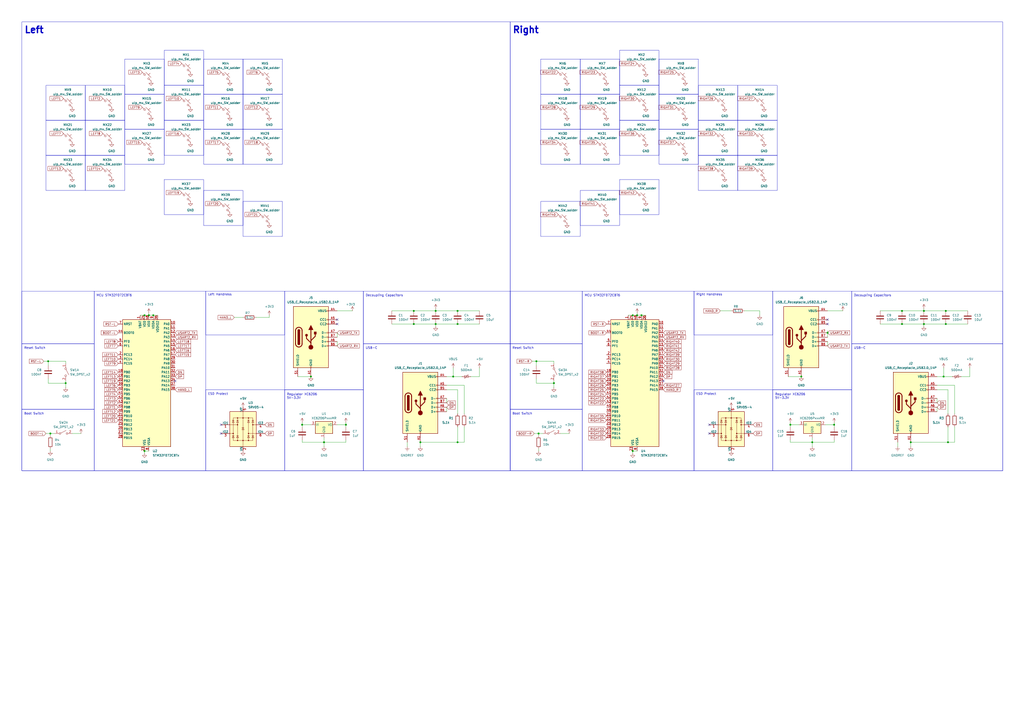
<source format=kicad_sch>
(kicad_sch (version 20250114) (generator "eeschema") (generator_version "9.0")
  (paper "A2")
  (rectangle (start 140.97 116.84) (end 163.83 137.16))
  (rectangle (start 95.25 29.21) (end 118.11 49.53))
  (rectangle (start 12.7 199.39) (end 54.61 237.49))
  (rectangle (start 448.31 168.91) (end 494.03 226.06))
  (rectangle (start 427.99 69.85) (end 450.85 90.17))
  (rectangle (start 313.69 74.93) (end 336.55 95.25))
  (rectangle (start 119.38 226.06) (end 165.1 273.05))
  (rectangle (start 427.99 49.53) (end 450.85 69.85))
  (rectangle (start 359.41 104.14) (end 382.27 124.46))
  (rectangle (start 49.53 90.17) (end 72.39 110.49))
  (rectangle (start 313.69 116.84) (end 336.55 137.16))
  (rectangle (start 26.67 49.53) (end 49.53 69.85))
  (rectangle (start 165.1 226.06) (end 210.82 273.05))
  (rectangle (start 140.97 54.61) (end 163.83 74.93))
  (rectangle (start 49.53 49.53) (end 72.39 69.85))
  (rectangle (start 427.99 90.17) (end 450.85 110.49))
  (rectangle (start 210.82 199.39) (end 295.91 273.05))
  (rectangle (start 210.82 168.91) (end 295.91 199.39))
  (rectangle (start 72.39 54.61) (end 95.25 74.93))
  (rectangle (start 49.53 69.85) (end 72.39 90.17))
  (rectangle (start 402.59 226.06) (end 448.31 273.05))
  (rectangle (start 359.41 49.53) (end 382.27 69.85))
  (rectangle (start 313.69 34.29) (end 336.55 54.61))
  (rectangle (start 118.11 74.93) (end 140.97 95.25))
  (rectangle (start 118.11 54.61) (end 140.97 74.93))
  (rectangle (start 382.27 34.29) (end 405.13 54.61))
  (rectangle (start 336.55 74.93) (end 359.41 95.25))
  (rectangle (start 12.7 168.91) (end 54.61 199.39))
  (rectangle (start 494.03 168.91) (end 581.66 199.39))
  (rectangle (start 118.11 110.49) (end 140.97 130.81))
  (rectangle (start 95.25 49.53) (end 118.11 69.85))
  (rectangle (start 95.25 69.85) (end 118.11 90.17))
  (rectangle (start 405.13 49.53) (end 427.99 69.85))
  (rectangle (start 140.97 34.29) (end 163.83 54.61))
  (rectangle (start 72.39 34.29) (end 95.25 54.61))
  (rectangle (start 165.1 168.91) (end 210.82 226.06))
  (rectangle (start 336.55 54.61) (end 359.41 74.93))
  (rectangle (start 26.67 90.17) (end 49.53 110.49))
  (rectangle (start 405.13 69.85) (end 427.99 90.17))
  (rectangle (start 54.61 168.91) (end 119.38 273.05))
  (rectangle (start 402.59 168.91) (end 448.31 194.31))
  (rectangle (start 494.03 199.39) (end 581.66 273.05))
  (rectangle (start 382.27 54.61) (end 405.13 74.93))
  (rectangle (start 140.97 74.93) (end 163.83 95.25))
  (rectangle (start 295.91 168.91) (end 337.82 199.39))
  (rectangle (start 118.11 34.29) (end 140.97 54.61))
  (rectangle (start 95.25 104.14) (end 118.11 124.46))
  (rectangle (start 405.13 90.17) (end 427.99 110.49))
  (rectangle (start 295.91 237.49) (end 337.82 273.05))
  (rectangle (start 119.38 168.91) (end 165.1 194.31))
  (rectangle (start 26.67 69.85) (end 49.53 90.17))
  (rectangle (start 295.91 12.7) (end 581.66 273.05))
  (rectangle (start 382.27 74.93) (end 405.13 95.25))
  (rectangle (start 336.55 34.29) (end 359.41 54.61))
  (rectangle (start 295.91 199.39) (end 337.82 237.49))
  (rectangle (start 448.31 226.06) (end 494.03 273.05))
  (rectangle (start 72.39 74.93) (end 95.25 95.25))
  (rectangle (start 313.69 54.61) (end 336.55 74.93))
  (rectangle (start 337.82 168.91) (end 402.59 273.05))
  (rectangle (start 12.7 237.49) (end 54.61 273.05))
  (rectangle (start 359.41 69.85) (end 382.27 90.17))
  (rectangle (start 12.7 12.7) (end 295.91 273.05))
  (rectangle (start 336.55 110.49) (end 359.41 130.81))
  (rectangle (start 359.41 29.21) (end 382.27 49.53))
  (text "ESD Protect" (at 120.65 228.6 0) (effects (font (size 1.27 1.27)) (justify left)))
  (text "Left" (at 13.97 15.24 0) (effects (font (size 3.81 3.81) (thickness 0.762) (bold yes)) (justify left top)))
  (text "Regulator XC6206\n5V-3.3V\n" (at 166.37 229.87 0) (effects (font (size 1.27 1.27)) (justify left)))
  (text "Boot Switch\n" (at 297.18 240.03 0) (effects (font (size 1.27 1.27)) (justify left)))
  (text "Left Handness" (at 120.65 170.18 0) (effects (font (size 1.27 1.27)) (justify left top)))
  (text "Boot Switch\n" (at 13.97 240.03 0) (effects (font (size 1.27 1.27)) (justify left)))
  (text "Decoupling Capacitors\n" (at 212.09 171.45 0) (effects (font (size 1.27 1.27)) (justify left)))
  (text "USB-C" (at 212.09 201.93 0) (effects (font (size 1.27 1.27)) (justify left)))
  (text "Reset Switch\n" (at 297.18 201.93 0) (effects (font (size 1.27 1.27)) (justify left)))
  (text "Reset Switch\n" (at 13.97 201.93 0) (effects (font (size 1.27 1.27)) (justify left)))
  (text "Right" (at 297.18 15.24 0) (effects (font (size 3.81 3.81) (thickness 0.762) (bold yes)) (justify left top)))
  (text "Regulator XC6206\n5V-3.3V\n" (at 449.58 229.87 0) (effects (font (size 1.27 1.27)) (justify left)))
  (text "MCU STM32F072CBT6" (at 339.09 171.45 0) (effects (font (size 1.27 1.27)) (justify left)))
  (text "MCU STM32F072CBT6" (at 55.88 171.45 0) (effects (font (size 1.27 1.27)) (justify left)))
  (text "ESD Protect" (at 403.86 228.6 0) (effects (font (size 1.27 1.27)) (justify left)))
  (text "USB-C" (at 495.3 201.93 0) (effects (font (size 1.27 1.27)) (justify left)))
  (text "Decoupling Capacitors\n" (at 495.3 171.45 0) (effects (font (size 1.27 1.27)) (justify left)))
  (text "Right Handness" (at 403.86 170.18 0) (effects (font (size 1.27 1.27)) (justify left top)))
  (junction (at 312.42 251.46))
  (junction (at 265.43 180.34))
  (junction (at 535.94 187.96))
  (junction (at 372.11 182.88))
  (junction (at 458.47 246.38))
  (junction (at 523.24 187.96))
  (junction (at 321.31 222.25))
  (junction (at 86.36 182.88))
  (junction (at 240.03 187.96))
  (junction (at 83.82 261.62))
  (junction (at 243.84 256.54))
  (junction (at 187.96 256.54))
  (junction (at 549.91 256.54))
  (junction (at 27.94 209.55))
  (junction (at 523.24 180.34))
  (junction (at 200.66 246.38))
  (junction (at 367.03 261.62))
  (junction (at 175.26 246.38))
  (junction (at 369.57 182.88))
  (junction (at 483.87 246.38))
  (junction (at 367.03 182.88))
  (junction (at 265.43 187.96))
  (junction (at 29.21 251.46))
  (junction (at 528.32 256.54))
  (junction (at 471.17 256.54))
  (junction (at 252.73 180.34))
  (junction (at 535.94 180.34))
  (junction (at 88.9 182.88))
  (junction (at 548.64 180.34))
  (junction (at 265.43 256.54))
  (junction (at 180.34 218.44))
  (junction (at 83.82 182.88))
  (junction (at 262.89 218.44))
  (junction (at 464.82 218.44))
  (junction (at 480.06 193.04))
  (junction (at 252.73 187.96))
  (junction (at 547.37 218.44))
  (junction (at 311.15 209.55))
  (junction (at 38.1 222.25))
  (junction (at 240.03 180.34))
  (junction (at 548.64 187.96))
  (no_connect (at 195.58 187.96))
  (no_connect (at 411.48 246.38))
  (no_connect (at 384.81 220.98))
  (no_connect (at 411.48 251.46))
  (no_connect (at 128.27 246.38))
  (no_connect (at 128.27 251.46))
  (no_connect (at 480.06 185.42))
  (no_connect (at 101.6 220.98))
  (no_connect (at 195.58 185.42))
  (no_connect (at 480.06 187.96))
  (wire (pts (xy 321.31 209.55) (xy 321.31 210.82)))
  (wire (pts (xy 543.56 223.52) (xy 553.72 223.52)))
  (wire (pts (xy 156.21 182.88) (xy 156.21 184.15)))
  (wire (pts (xy 463.55 246.38) (xy 458.47 246.38)))
  (wire (pts (xy 488.95 180.34) (xy 480.06 180.34)))
  (wire (pts (xy 27.94 222.25) (xy 38.1 222.25)))
  (wire (pts (xy 311.15 222.25) (xy 321.31 222.25)))
  (wire (pts (xy 236.22 259.08) (xy 236.22 256.54)))
  (wire (pts (xy 471.17 256.54) (xy 471.17 259.08)))
  (wire (pts (xy 259.08 218.44) (xy 262.89 218.44)))
  (wire (pts (xy 458.47 256.54) (xy 471.17 256.54)))
  (wire (pts (xy 278.13 213.36) (xy 278.13 218.44)))
  (wire (pts (xy 140.97 184.15) (xy 135.89 184.15)))
  (wire (pts (xy 265.43 226.06) (xy 265.43 240.03)))
  (wire (pts (xy 259.08 226.06) (xy 265.43 226.06)))
  (wire (pts (xy 528.32 256.54) (xy 549.91 256.54)))
  (wire (pts (xy 252.73 180.34) (xy 265.43 180.34)))
  (wire (pts (xy 259.08 231.14) (xy 259.08 233.68)))
  (wire (pts (xy 480.06 193.04) (xy 480.06 195.58)))
  (wire (pts (xy 83.82 182.88) (xy 86.36 182.88)))
  (wire (pts (xy 549.91 256.54) (xy 553.72 256.54)))
  (wire (pts (xy 548.64 180.34) (xy 561.34 180.34)))
  (wire (pts (xy 252.73 187.96) (xy 265.43 187.96)))
  (wire (pts (xy 547.37 218.44) (xy 552.45 218.44)))
  (wire (pts (xy 38.1 222.25) (xy 38.1 224.79)))
  (wire (pts (xy 471.17 256.54) (xy 483.87 256.54)))
  (wire (pts (xy 269.24 223.52) (xy 269.24 240.03)))
  (wire (pts (xy 369.57 181.61) (xy 369.57 182.88)))
  (wire (pts (xy 27.94 209.55) (xy 27.94 212.09)))
  (wire (pts (xy 535.94 187.96) (xy 535.94 189.23)))
  (wire (pts (xy 510.54 187.96) (xy 523.24 187.96)))
  (wire (pts (xy 309.88 251.46) (xy 312.42 251.46)))
  (wire (pts (xy 543.56 231.14) (xy 543.56 233.68)))
  (wire (pts (xy 480.06 193.04) (xy 480.06 191.77)))
  (wire (pts (xy 195.58 246.38) (xy 200.66 246.38)))
  (wire (pts (xy 27.94 209.55) (xy 38.1 209.55)))
  (wire (pts (xy 195.58 198.12) (xy 195.58 200.66)))
  (wire (pts (xy 265.43 187.96) (xy 278.13 187.96)))
  (wire (pts (xy 83.82 261.62) (xy 86.36 261.62)))
  (wire (pts (xy 549.91 247.65) (xy 549.91 256.54)))
  (wire (pts (xy 547.37 213.36) (xy 547.37 218.44)))
  (wire (pts (xy 367.03 261.62) (xy 367.03 262.89)))
  (wire (pts (xy 440.69 182.88) (xy 440.69 180.34)))
  (wire (pts (xy 156.21 184.15) (xy 148.59 184.15)))
  (wire (pts (xy 243.84 256.54) (xy 265.43 256.54)))
  (wire (pts (xy 471.17 254) (xy 471.17 256.54)))
  (wire (pts (xy 200.66 246.38) (xy 200.66 247.65)))
  (wire (pts (xy 535.94 180.34) (xy 548.64 180.34)))
  (wire (pts (xy 27.94 219.71) (xy 27.94 222.25)))
  (wire (pts (xy 520.7 259.08) (xy 520.7 256.54)))
  (wire (pts (xy 259.08 236.22) (xy 259.08 238.76)))
  (wire (pts (xy 483.87 245.11) (xy 483.87 246.38)))
  (wire (pts (xy 26.67 251.46) (xy 29.21 251.46)))
  (wire (pts (xy 523.24 180.34) (xy 535.94 180.34)))
  (wire (pts (xy 227.33 180.34) (xy 240.03 180.34)))
  (wire (pts (xy 240.03 180.34) (xy 252.73 180.34)))
  (wire (pts (xy 535.94 179.07) (xy 535.94 180.34)))
  (wire (pts (xy 273.05 218.44) (xy 278.13 218.44)))
  (wire (pts (xy 265.43 180.34) (xy 278.13 180.34)))
  (wire (pts (xy 265.43 247.65) (xy 265.43 256.54)))
  (wire (pts (xy 321.31 222.25) (xy 321.31 220.98)))
  (wire (pts (xy 553.72 223.52) (xy 553.72 240.03)))
  (wire (pts (xy 562.61 213.36) (xy 562.61 218.44)))
  (wire (pts (xy 480.06 198.12) (xy 480.06 200.66)))
  (wire (pts (xy 523.24 187.96) (xy 535.94 187.96)))
  (wire (pts (xy 29.21 251.46) (xy 29.21 252.73)))
  (wire (pts (xy 175.26 256.54) (xy 187.96 256.54)))
  (wire (pts (xy 478.79 246.38) (xy 483.87 246.38)))
  (wire (pts (xy 29.21 251.46) (xy 31.75 251.46)))
  (wire (pts (xy 200.66 255.27) (xy 200.66 256.54)))
  (wire (pts (xy 187.96 254) (xy 187.96 256.54)))
  (wire (pts (xy 243.84 259.08) (xy 243.84 256.54)))
  (wire (pts (xy 262.89 213.36) (xy 262.89 218.44)))
  (wire (pts (xy 83.82 261.62) (xy 83.82 262.89)))
  (wire (pts (xy 417.83 180.34) (xy 424.18 180.34)))
  (wire (pts (xy 38.1 222.25) (xy 38.1 220.98)))
  (wire (pts (xy 549.91 226.06) (xy 549.91 240.03)))
  (wire (pts (xy 81.28 182.88) (xy 83.82 182.88)))
  (wire (pts (xy 311.15 209.55) (xy 311.15 212.09)))
  (wire (pts (xy 311.15 209.55) (xy 321.31 209.55)))
  (wire (pts (xy 252.73 187.96) (xy 252.73 189.23)))
  (wire (pts (xy 311.15 219.71) (xy 311.15 222.25)))
  (wire (pts (xy 175.26 246.38) (xy 175.26 247.65)))
  (wire (pts (xy 543.56 218.44) (xy 547.37 218.44)))
  (wire (pts (xy 41.91 251.46) (xy 46.99 251.46)))
  (wire (pts (xy 528.32 259.08) (xy 528.32 256.54)))
  (wire (pts (xy 175.26 255.27) (xy 175.26 256.54)))
  (wire (pts (xy 175.26 245.11) (xy 175.26 246.38)))
  (wire (pts (xy 252.73 179.07) (xy 252.73 180.34)))
  (wire (pts (xy 180.34 246.38) (xy 175.26 246.38)))
  (wire (pts (xy 187.96 256.54) (xy 200.66 256.54)))
  (wire (pts (xy 200.66 245.11) (xy 200.66 246.38)))
  (wire (pts (xy 25.4 209.55) (xy 27.94 209.55)))
  (wire (pts (xy 458.47 246.38) (xy 458.47 247.65)))
  (wire (pts (xy 325.12 251.46) (xy 330.2 251.46)))
  (wire (pts (xy 321.31 222.25) (xy 321.31 224.79)))
  (wire (pts (xy 265.43 256.54) (xy 269.24 256.54)))
  (wire (pts (xy 29.21 260.35) (xy 29.21 261.62)))
  (wire (pts (xy 483.87 246.38) (xy 483.87 247.65)))
  (wire (pts (xy 259.08 223.52) (xy 269.24 223.52)))
  (wire (pts (xy 510.54 180.34) (xy 523.24 180.34)))
  (wire (pts (xy 543.56 226.06) (xy 549.91 226.06)))
  (wire (pts (xy 172.72 218.44) (xy 180.34 218.44)))
  (wire (pts (xy 483.87 255.27) (xy 483.87 256.54)))
  (wire (pts (xy 86.36 181.61) (xy 86.36 182.88)))
  (wire (pts (xy 543.56 236.22) (xy 543.56 238.76)))
  (wire (pts (xy 240.03 187.96) (xy 252.73 187.96)))
  (wire (pts (xy 312.42 251.46) (xy 314.96 251.46)))
  (wire (pts (xy 187.96 256.54) (xy 187.96 259.08)))
  (wire (pts (xy 204.47 180.34) (xy 195.58 180.34)))
  (wire (pts (xy 369.57 182.88) (xy 372.11 182.88)))
  (wire (pts (xy 38.1 209.55) (xy 38.1 210.82)))
  (wire (pts (xy 440.69 180.34) (xy 431.8 180.34)))
  (wire (pts (xy 548.64 187.96) (xy 561.34 187.96)))
  (wire (pts (xy 457.2 218.44) (xy 464.82 218.44)))
  (wire (pts (xy 86.36 182.88) (xy 88.9 182.88)))
  (wire (pts (xy 269.24 247.65) (xy 269.24 256.54)))
  (wire (pts (xy 312.42 251.46) (xy 312.42 252.73)))
  (wire (pts (xy 227.33 187.96) (xy 240.03 187.96)))
  (wire (pts (xy 367.03 182.88) (xy 369.57 182.88)))
  (wire (pts (xy 535.94 187.96) (xy 548.64 187.96)))
  (wire (pts (xy 458.47 245.11) (xy 458.47 246.38)))
  (wire (pts (xy 557.53 218.44) (xy 562.61 218.44)))
  (wire (pts (xy 312.42 260.35) (xy 312.42 261.62)))
  (wire (pts (xy 195.58 193.04) (xy 195.58 195.58)))
  (wire (pts (xy 367.03 261.62) (xy 369.57 261.62)))
  (wire (pts (xy 553.72 247.65) (xy 553.72 256.54)))
  (wire (pts (xy 88.9 182.88) (xy 91.44 182.88)))
  (wire (pts (xy 262.89 218.44) (xy 267.97 218.44)))
  (wire (pts (xy 364.49 182.88) (xy 367.03 182.88)))
  (wire (pts (xy 308.61 209.55) (xy 311.15 209.55)))
  (wire (pts (xy 458.47 255.27) (xy 458.47 256.54)))
  (wire (pts (xy 372.11 182.88) (xy 374.65 182.88)))
  (global_label "USART2_TX" (shape input) (at 101.6 193.04 0) (property "Intersheetrefs" "${INTERSHEET_REFS}" (effects (hide yes))))
  (global_label "RIGHT23" (shape input) (at 346.71 41.91 180) (property "Intersheetrefs" "${INTERSHEET_REFS}" (effects (hide yes))))
  (global_label "DN" (shape input) (at 101.6 215.9 0) (property "Intersheetrefs" "${INTERSHEET_REFS}" (effects (hide yes))))
  (global_label "USART2_TX" (shape input) (at 480.06 200.66 0) (property "Intersheetrefs" "${INTERSHEET_REFS}" (effects (hide yes))))
  (global_label "LEFT6" (shape input) (at 151.13 41.91 180) (property "Intersheetrefs" "${INTERSHEET_REFS}" (effects (hide yes))))
  (global_label "LEFT5" (shape input) (at 128.27 41.91 180) (property "Intersheetrefs" "${INTERSHEET_REFS}" (effects (hide yes))))
  (global_label "USART2_RX" (shape input) (at 101.6 195.58 0) (property "Intersheetrefs" "${INTERSHEET_REFS}" (effects (hide yes))))
  (global_label "BOOT-R" (shape input) (at 351.79 193.04 180) (property "Intersheetrefs" "${INTERSHEET_REFS}" (effects (hide yes))))
  (global_label "DN" (shape input) (at 543.56 233.68 0) (property "Intersheetrefs" "${INTERSHEET_REFS}" (effects (hide yes))))
  (global_label "RIGHT42" (shape input) (at 384.81 203.2 0) (property "Intersheetrefs" "${INTERSHEET_REFS}" (effects (hide yes))))
  (global_label "RIGHT30" (shape input) (at 384.81 208.28 0) (property "Intersheetrefs" "${INTERSHEET_REFS}" (effects (hide yes))))
  (global_label "RIGHT23" (shape input) (at 351.79 231.14 180) (property "Intersheetrefs" "${INTERSHEET_REFS}" (effects (hide yes))))
  (global_label "DN" (shape input) (at 436.88 246.38 0) (property "Intersheetrefs" "${INTERSHEET_REFS}" (effects (hide yes))))
  (global_label "RIGHT36" (shape input) (at 351.79 220.98 180) (property "Intersheetrefs" "${INTERSHEET_REFS}" (effects (hide yes))))
  (global_label "LEFT12" (shape input) (at 151.13 62.23 180) (property "Intersheetrefs" "${INTERSHEET_REFS}" (effects (hide yes))))
  (global_label "RIGHT24" (shape input) (at 369.57 36.83 180) (property "Intersheetrefs" "${INTERSHEET_REFS}" (effects (hide yes))))
  (global_label "RIGHT24" (shape input) (at 351.79 228.6 180) (property "Intersheetrefs" "${INTERSHEET_REFS}" (effects (hide yes))))
  (global_label "RIGHT31" (shape input) (at 392.43 62.23 180) (property "Intersheetrefs" "${INTERSHEET_REFS}" (effects (hide yes))))
  (global_label "LEFT15" (shape input) (at 82.55 82.55 180) (property "Intersheetrefs" "${INTERSHEET_REFS}" (effects (hide yes))))
  (global_label "RIGHT29" (shape input) (at 384.81 210.82 0) (property "Intersheetrefs" "${INTERSHEET_REFS}" (effects (hide yes))))
  (global_label "USART2_TX" (shape input) (at 195.58 193.04 0) (property "Intersheetrefs" "${INTERSHEET_REFS}" (effects (hide yes))))
  (global_label "LEFT5" (shape input) (at 68.58 226.06 180) (property "Intersheetrefs" "${INTERSHEET_REFS}" (effects (hide yes))))
  (global_label "RIGHT29" (shape input) (at 346.71 62.23 180) (property "Intersheetrefs" "${INTERSHEET_REFS}" (effects (hide yes))))
  (global_label "LEFT1" (shape input) (at 68.58 236.22 180) (property "Intersheetrefs" "${INTERSHEET_REFS}" (effects (hide yes))))
  (global_label "RIGHT26" (shape input) (at 415.29 57.15 180) (property "Intersheetrefs" "${INTERSHEET_REFS}" (effects (hide yes))))
  (global_label "LEFT12" (shape input) (at 68.58 238.76 180) (property "Intersheetrefs" "${INTERSHEET_REFS}" (effects (hide yes))))
  (global_label "LEFT7" (shape input) (at 68.58 200.66 180) (property "Intersheetrefs" "${INTERSHEET_REFS}" (effects (hide yes))))
  (global_label "RIGHT35" (shape input) (at 346.71 82.55 180) (property "Intersheetrefs" "${INTERSHEET_REFS}" (effects (hide yes))))
  (global_label "LEFT3" (shape input) (at 82.55 41.91 180) (property "Intersheetrefs" "${INTERSHEET_REFS}" (effects (hide yes))))
  (global_label "LEFT21" (shape input) (at 151.13 124.46 180) (property "Intersheetrefs" "${INTERSHEET_REFS}" (effects (hide yes))))
  (global_label "RST-R" (shape input) (at 351.79 187.96 180) (property "Intersheetrefs" "${INTERSHEET_REFS}" (effects (hide yes))))
  (global_label "LEFT9" (shape input) (at 68.58 210.82 180) (property "Intersheetrefs" "${INTERSHEET_REFS}" (effects (hide yes))))
  (global_label "RIGHT27" (shape input) (at 384.81 223.52 0) (property "Intersheetrefs" "${INTERSHEET_REFS}" (effects (hide yes))))
  (global_label "RIGHT31" (shape input) (at 351.79 254 180) (property "Intersheetrefs" "${INTERSHEET_REFS}" (effects (hide yes))))
  (global_label "LEFT1" (shape input) (at 36.83 57.15 180) (property "Intersheetrefs" "${INTERSHEET_REFS}" (effects (hide yes))))
  (global_label "LEFT8" (shape input) (at 68.58 198.12 180) (property "Intersheetrefs" "${INTERSHEET_REFS}" (effects (hide yes))))
  (global_label "RIGHT40" (shape input) (at 384.81 198.12 0) (property "Intersheetrefs" "${INTERSHEET_REFS}" (effects (hide yes))))
  (global_label "LEFT18" (shape input) (at 101.6 198.12 0) (property "Intersheetrefs" "${INTERSHEET_REFS}" (effects (hide yes))))
  (global_label "LEFT8" (shape input) (at 59.69 77.47 180) (property "Intersheetrefs" "${INTERSHEET_REFS}" (effects (hide yes))))
  (global_label "LEFT10" (shape input) (at 68.58 208.28 180) (property "Intersheetrefs" "${INTERSHEET_REFS}" (effects (hide yes))))
  (global_label "BOOT-R" (shape input) (at 309.88 251.46 180) (property "Intersheetrefs" "${INTERSHEET_REFS}" (effects (hide yes))))
  (global_label "DP" (shape input) (at 259.08 236.22 0) (property "Intersheetrefs" "${INTERSHEET_REFS}" (effects (hide yes))))
  (global_label "USART2_TX" (shape input) (at 384.81 193.04 0) (property "Intersheetrefs" "${INTERSHEET_REFS}" (effects (hide yes))))
  (global_label "RIGHT37" (shape input) (at 392.43 82.55 180) (property "Intersheetrefs" "${INTERSHEET_REFS}" (effects (hide yes))))
  (global_label "RIGHT38" (shape input) (at 351.79 215.9 180) (property "Intersheetrefs" "${INTERSHEET_REFS}" (effects (hide yes))))
  (global_label "LEFT16" (shape input) (at 101.6 203.2 0) (property "Intersheetrefs" "${INTERSHEET_REFS}" (effects (hide yes))))
  (global_label "RIGHT34" (shape input) (at 351.79 243.84 180) (property "Intersheetrefs" "${INTERSHEET_REFS}" (effects (hide yes))))
  (global_label "LEFT3" (shape input) (at 68.58 231.14 180) (property "Intersheetrefs" "${INTERSHEET_REFS}" (effects (hide yes))))
  (global_label "RST-L" (shape input) (at 25.4 209.55 180) (property "Intersheetrefs" "${INTERSHEET_REFS}" (effects (hide yes))))
  (global_label "LEFT20" (shape input) (at 128.27 118.11 180) (property "Intersheetrefs" "${INTERSHEET_REFS}" (effects (hide yes))))
  (global_label "LEFT13" (shape input) (at 36.83 97.79 180) (property "Intersheetrefs" "${INTERSHEET_REFS}" (effects (hide yes))))
  (global_label "USART2_RX" (shape input) (at 195.58 200.66 0) (property "Intersheetrefs" "${INTERSHEET_REFS}" (effects (hide yes))))
  (global_label "RIGHT32" (shape input) (at 415.29 77.47 180) (property "Intersheetrefs" "${INTERSHEET_REFS}" (effects (hide yes))))
  (global_label "LEFT15" (shape input) (at 101.6 205.74 0) (property "Intersheetrefs" "${INTERSHEET_REFS}" (effects (hide yes))))
  (global_label "LEFT4" (shape input) (at 105.41 36.83 180) (property "Intersheetrefs" "${INTERSHEET_REFS}" (effects (hide yes))))
  (global_label "LEFT20" (shape input) (at 68.58 241.3 180) (property "Intersheetrefs" "${INTERSHEET_REFS}" (effects (hide yes))))
  (global_label "BOOT-L" (shape input) (at 68.58 193.04 180) (property "Intersheetrefs" "${INTERSHEET_REFS}" (effects (hide yes))))
  (global_label "LEFT16" (shape input) (at 105.41 77.47 180) (property "Intersheetrefs" "${INTERSHEET_REFS}" (effects (hide yes))))
  (global_label "DN" (shape input) (at 153.67 246.38 0) (property "Intersheetrefs" "${INTERSHEET_REFS}" (effects (hide yes))))
  (global_label "DP" (shape input) (at 384.81 218.44 0) (property "Intersheetrefs" "${INTERSHEET_REFS}" (effects (hide yes))))
  (global_label "USART2_RX" (shape input) (at 384.81 195.58 0) (property "Intersheetrefs" "${INTERSHEET_REFS}" (effects (hide yes))))
  (global_label "LEFT14" (shape input) (at 68.58 215.9 180) (property "Intersheetrefs" "${INTERSHEET_REFS}" (effects (hide yes))))
  (global_label "LEFT19" (shape input) (at 105.41 111.76 180) (property "Intersheetrefs" "${INTERSHEET_REFS}" (effects (hide yes))))
  (global_label "LEFT9" (shape input) (at 82.55 62.23 180) (property "Intersheetrefs" "${INTERSHEET_REFS}" (effects (hide yes))))
  (global_label "DP" (shape input) (at 543.56 236.22 0) (property "Intersheetrefs" "${INTERSHEET_REFS}" (effects (hide yes))))
  (global_label "DP" (shape input) (at 153.67 251.46 0) (property "Intersheetrefs" "${INTERSHEET_REFS}" (effects (hide yes))))
  (global_label "RST-R" (shape input) (at 308.61 209.55 180) (property "Intersheetrefs" "${INTERSHEET_REFS}" (effects (hide yes))))
  (global_label "RIGHT32" (shape input) (at 351.79 251.46 180) (property "Intersheetrefs" "${INTERSHEET_REFS}" (effects (hide yes))))
  (global_label "DN" (shape input) (at 259.08 233.68 0) (property "Intersheetrefs" "${INTERSHEET_REFS}" (effects (hide yes))))
  (global_label "RIGHT22" (shape input) (at 351.79 233.68 180) (property "Intersheetrefs" "${INTERSHEET_REFS}" (effects (hide yes))))
  (global_label "LEFT19" (shape input) (at 68.58 220.98 180) (property "Intersheetrefs" "${INTERSHEET_REFS}" (effects (hide yes))))
  (global_label "USART2_RX" (shape input) (at 480.06 193.04 0) (property "Intersheetrefs" "${INTERSHEET_REFS}" (effects (hide yes))))
  (global_label "HAND_L" (shape input) (at 135.89 184.15 180) (property "Intersheetrefs" "${INTERSHEET_REFS}" (effects (hide yes))))
  (global_label "RIGHT28" (shape input) (at 384.81 213.36 0) (property "Intersheetrefs" "${INTERSHEET_REFS}" (effects (hide yes))))
  (global_label "RIGHT37" (shape input) (at 351.79 218.44 180) (property "Intersheetrefs" "${INTERSHEET_REFS}" (effects (hide yes))))
  (global_label "LEFT2" (shape input) (at 59.69 57.15 180) (property "Intersheetrefs" "${INTERSHEET_REFS}" (effects (hide yes))))
  (global_label "LEFT17" (shape input) (at 128.27 82.55 180) (property "Intersheetrefs" "${INTERSHEET_REFS}" (effects (hide yes))))
  (global_label "LEFT6" (shape input) (at 68.58 223.52 180) (property "Intersheetrefs" "${INTERSHEET_REFS}" (effects (hide yes))))
  (global_label "LEFT7" (shape input) (at 36.83 77.47 180) (property "Intersheetrefs" "${INTERSHEET_REFS}" (effects (hide yes))))
  (global_label "RIGHT36" (shape input) (at 369.57 77.47 180) (property "Intersheetrefs" "${INTERSHEET_REFS}" (effects (hide yes))))
  (global_label "RIGHT30" (shape input) (at 369.57 57.15 180) (property "Intersheetrefs" "${INTERSHEET_REFS}" (effects (hide yes))))
  (global_label "RIGHT41" (shape input) (at 384.81 200.66 0) (property "Intersheetrefs" "${INTERSHEET_REFS}" (effects (hide yes))))
  (global_label "RIGHT42" (shape input) (at 369.57 111.76 180) (property "Intersheetrefs" "${INTERSHEET_REFS}" (effects (hide yes))))
  (global_label "LEFT13" (shape input) (at 68.58 218.44 180) (property "Intersheetrefs" "${INTERSHEET_REFS}" (effects (hide yes))))
  (global_label "RIGHT39" (shape input) (at 384.81 205.74 0) (property "Intersheetrefs" "${INTERSHEET_REFS}" (effects (hide yes))))
  (global_label "RIGHT25" (shape input) (at 351.79 226.06 180) (property "Intersheetrefs" "${INTERSHEET_REFS}" (effects (hide yes))))
  (global_label "LEFT21" (shape input) (at 68.58 243.84 180) (property "Intersheetrefs" "${INTERSHEET_REFS}" (effects (hide yes))))
  (global_label "LEFT11" (shape input) (at 128.27 62.23 180) (property "Intersheetrefs" "${INTERSHEET_REFS}" (effects (hide yes))))
  (global_label "DP" (shape input) (at 101.6 218.44 0) (property "Intersheetrefs" "${INTERSHEET_REFS}" (effects (hide yes))))
  (global_label "LEFT14" (shape input) (at 59.69 97.79 180) (property "Intersheetrefs" "${INTERSHEET_REFS}" (effects (hide yes))))
  (global_label "LEFT18" (shape input) (at 151.13 82.55 180) (property "Intersheetrefs" "${INTERSHEET_REFS}" (effects (hide yes))))
  (global_label "LEFT2" (shape input) (at 68.58 233.68 180) (property "Intersheetrefs" "${INTERSHEET_REFS}" (effects (hide yes))))
  (global_label "DN" (shape input) (at 384.81 215.9 0) (property "Intersheetrefs" "${INTERSHEET_REFS}" (effects (hide yes))))
  (global_label "RIGHT33" (shape input) (at 438.15 77.47 180) (property "Intersheetrefs" "${INTERSHEET_REFS}" (effects (hide yes))))
  (global_label "LEFT17" (shape input) (at 101.6 200.66 0) (property "Intersheetrefs" "${INTERSHEET_REFS}" (effects (hide yes))))
  (global_label "RIGHT22" (shape input) (at 323.85 41.91 180) (property "Intersheetrefs" "${INTERSHEET_REFS}" (effects (hide yes))))
  (global_label "RIGHT38" (shape input) (at 415.29 97.79 180) (property "Intersheetrefs" "${INTERSHEET_REFS}" (effects (hide yes))))
  (global_label "RIGHT41" (shape input) (at 346.71 118.11 180) (property "Intersheetrefs" "${INTERSHEET_REFS}" (effects (hide yes))))
  (global_label "LEFT11" (shape input) (at 68.58 205.74 180) (property "Intersheetrefs" "${INTERSHEET_REFS}" (effects (hide yes))))
  (global_label "HAND_R" (shape input) (at 384.81 226.06 0) (property "Intersheetrefs" "${INTERSHEET_REFS}" (effects (hide yes))))
  (global_label "RIGHT26" (shape input) (at 351.79 223.52 180) (property "Intersheetrefs" "${INTERSHEET_REFS}" (effects (hide yes))))
  (global_label "RIGHT28" (shape input) (at 323.85 62.23 180) (property "Intersheetrefs" "${INTERSHEET_REFS}" (effects (hide yes))))
  (global_label "RIGHT33" (shape input) (at 351.79 248.92 180) (property "Intersheetrefs" "${INTERSHEET_REFS}" (effects (hide yes))))
  (global_label "LEFT10" (shape input) (at 105.41 57.15 180) (property "Intersheetrefs" "${INTERSHEET_REFS}" (effects (hide yes))))
  (global_label "RIGHT25" (shape input) (at 392.43 41.91 180) (property "Intersheetrefs" "${INTERSHEET_REFS}" (effects (hide yes))))
  (global_label "RIGHT40" (shape input) (at 323.85 124.46 180) (property "Intersheetrefs" "${INTERSHEET_REFS}" (effects (hide yes))))
  (global_label "RIGHT39" (shape input) (at 438.15 97.79 180) (property "Intersheetrefs" "${INTERSHEET_REFS}" (effects (hide yes))))
  (global_label "BOOT-L" (shape input) (at 26.67 251.46 180) (property "Intersheetrefs" "${INTERSHEET_REFS}" (effects (hide yes))))
  (global_label "RIGHT34" (shape input) (at 323.85 82.55 180) (property "Intersheetrefs" "${INTERSHEET_REFS}" (effects (hide yes))))
  (global_label "HAND_R" (shape input) (at 417.83 180.34 180) (property "Intersheetrefs" "${INTERSHEET_REFS}" (effects (hide yes))))
  (global_label "HAND_L" (shape input) (at 101.6 226.06 0) (property "Intersheetrefs" "${INTERSHEET_REFS}" (effects (hide yes))))
  (global_label "RIGHT27" (shape input) (at 438.15 57.15 180) (property "Intersheetrefs" "${INTERSHEET_REFS}" (effects (hide yes))))
  (global_label "RIGHT35" (shape input) (at 351.79 241.3 180) (property "Intersheetrefs" "${INTERSHEET_REFS}" (effects (hide yes))))
  (global_label "LEFT4" (shape input) (at 68.58 228.6 180) (property "Intersheetrefs" "${INTERSHEET_REFS}" (effects (hide yes))))
  (global_label "DP" (shape input) (at 436.88 251.46 0) (property "Intersheetrefs" "${INTERSHEET_REFS}" (effects (hide yes))))
  (global_label "RST-L" (shape input) (at 68.58 187.96 180) (property "Intersheetrefs" "${INTERSHEET_REFS}" (effects (hide yes))))
  (symbol (lib_id "PCM_marbastlib-choc:choc_v1_SW_solder") (at 107.95 39.37 0) (unit 1)
    (property "Reference" "MX1" (at 107.95 31.75 0))
    (property "Value" "ulp_mx_SW_solder" (at 107.95 34.29 0))
    (property "Footprint" "My-Fi Footprints:SW_MX_ULP_1u_Plate" (effects (hide yes)))
    (property "Description" "Push button switch, normally open, two pins, 45° tilted" (effects (hide yes)))
  )
  (symbol (lib_id "power:VBUS") (at 547.37 213.36 0) (unit 1)
    (property "Reference" "#PWR018" (effects (hide yes)))
    (property "Value" "VBUS" (at 547.37 208.28 0))
    (property "Description" "Power symbol creates a global label with name \"VBUS\"" (effects (hide yes)))
  )
  (symbol (lib_id "power:GND") (at 397.51 87.63 0) (unit 1)
    (property "Reference" "#PWR072" (effects (hide yes)))
    (property "Value" "GND" (at 397.51 92.71 0))
    (property "Description" "Power symbol creates a global label with name \"GND\" , ground" (effects (hide yes)))
  )
  (symbol (lib_id "power:GND") (at 140.97 261.62 0) (unit 1)
    (property "Reference" "#PWR016" (effects (hide yes)))
    (property "Value" "GND" (at 140.97 266.7 0))
    (property "Description" "Power symbol creates a global label with name \"GND\" , ground" (effects (hide yes)))
  )
  (symbol (lib_id "Device:C") (at 227.33 184.15 0) (unit 1)
    (property "Reference" "C1" (at 231.14 182.8799 0) (effects (justify left)))
    (property "Value" "100nF" (at 231.14 185.4199 0) (effects (justify left)))
    (property "Footprint" "Capacitor_SMD:C_0402_1005Metric" (effects (hide yes)))
    (property "Description" "Unpolarized capacitor" (effects (hide yes)))
  )
  (symbol (lib_id "Device:C") (at 535.94 184.15 0) (unit 1)
    (property "Reference" "C11" (at 539.75 182.8799 0) (effects (justify left)))
    (property "Value" "100nF" (at 539.75 185.4199 0) (effects (justify left)))
    (property "Footprint" "Capacitor_SMD:C_0402_1005Metric" (effects (hide yes)))
    (property "Description" "Unpolarized capacitor" (effects (hide yes)))
  )
  (symbol (lib_id "power:GND") (at 351.79 87.63 0) (unit 1)
    (property "Reference" "#PWR070" (effects (hide yes)))
    (property "Value" "GND" (at 351.79 92.71 0))
    (property "Description" "Power symbol creates a global label with name \"GND\" , ground" (effects (hide yes)))
  )
  (symbol (lib_id "PCM_marbastlib-choc:choc_v1_SW_solder") (at 130.81 85.09 0) (unit 1)
    (property "Reference" "MX28" (at 130.81 77.47 0))
    (property "Value" "ulp_mx_SW_solder" (at 130.81 80.01 0))
    (property "Footprint" "My-Fi Footprints:SW_MX_ULP_1u_Plate" (effects (hide yes)))
    (property "Description" "Push button switch, normally open, two pins, 45° tilted" (effects (hide yes)))
  )
  (symbol (lib_id "Connector:USB_C_Receptacle_USB2.0_14P") (at 464.82 195.58 0) (unit 1)
    (property "Reference" "J6" (at 464.82 172.72 0))
    (property "Value" "USB_C_Receptacle_USB2.0_14P" (at 464.82 175.26 0))
    (property "Footprint" "Connector_USB:USB_C_Receptacle_HRO_TYPE-C-31-M-12" (effects (hide yes)))
    (property "Datasheet" "https://www.usb.org/sites/default/files/documents/usb_type-c.zip" (effects (hide yes)))
    (property "Description" "USB 2.0-only 14P Type-C Receptacle connector" (effects (hide yes)))
    (property "MPN" "C2894897" (effects (hide yes)))
  )
  (symbol (lib_id "Device:Polyfuse_Small") (at 554.99 218.44 90) (unit 1)
    (property "Reference" "F2" (at 554.99 212.09 90))
    (property "Value" "500mA" (at 554.99 214.63 90))
    (property "Footprint" "Fuse:Fuse_1206_3216Metric" (effects (hide yes)))
    (property "LCSC" "C70076" (effects (hide yes)))
  )
  (symbol (lib_id "MCU_ST_STM32F0:STM32F072CBTx") (at 83.82 223.52 0) (unit 1)
    (property "Reference" "U2" (at 88.5541 261.62 0) (effects (justify left)))
    (property "Value" "STM32F072CBTx" (at 88.5541 264.16 0) (effects (justify left)))
    (property "Footprint" "Package_QFP:LQFP-48_7x7mm_P0.5mm" (effects (hide yes)))
    (property "Datasheet" "https://www.st.com/resource/en/datasheet/stm32f072cb.pdf" (effects (hide yes)))
    (property "Description" "STMicroelectronics Arm Cortex-M0 MCU, 128KB flash, 16KB RAM, 48 MHz, 2.0-3.6V, 37 GPIO, LQFP48" (effects (hide yes)))
    (property "MPN" "C81720" (effects (hide yes)))
  )
  (symbol (lib_id "PCM_marbastlib-choc:choc_v1_SW_solder") (at 107.95 80.01 0) (unit 1)
    (property "Reference" "MX23" (at 107.95 72.39 0))
    (property "Value" "ulp_mx_SW_solder" (at 107.95 74.93 0))
    (property "Footprint" "My-Fi Footprints:SW_MX_ULP_1u_Plate" (effects (hide yes)))
    (property "Description" "Push button switch, normally open, two pins, 45° tilted" (effects (hide yes)))
  )
  (symbol (lib_id "PCM_marbastlib-choc:choc_v1_SW_solder") (at 326.39 44.45 0) (unit 1)
    (property "Reference" "MX6" (at 326.39 36.83 0))
    (property "Value" "ulp_mx_SW_solder" (at 326.39 39.37 0))
    (property "Footprint" "My-Fi Footprints:SW_MX_ULP_1u_Plate" (effects (hide yes)))
    (property "Description" "Push button switch, normally open, two pins, 45° tilted" (effects (hide yes)))
  )
  (symbol (lib_id "power:+3V3") (at 204.47 180.34 0) (unit 1)
    (property "Reference" "#PWR078" (effects (hide yes)))
    (property "Value" "+3V3" (at 200.66 176.53 0) (effects (justify left)))
    (property "Description" "Power symbol creates a global label with name \"+3V3\"" (effects (hide yes)))
  )
  (symbol (lib_id "power:GND") (at 64.77 102.87 0) (unit 1)
    (property "Reference" "#PWR049" (effects (hide yes)))
    (property "Value" "GND" (at 64.77 107.95 0))
    (property "Description" "Power symbol creates a global label with name \"GND\" , ground" (effects (hide yes)))
  )
  (symbol (lib_id "power:GND") (at 110.49 82.55 0) (unit 1)
    (property "Reference" "#PWR051" (effects (hide yes)))
    (property "Value" "GND" (at 110.49 87.63 0))
    (property "Description" "Power symbol creates a global label with name \"GND\" , ground" (effects (hide yes)))
  )
  (symbol (lib_id "power:GND") (at 87.63 67.31 0) (unit 1)
    (property "Reference" "#PWR044" (effects (hide yes)))
    (property "Value" "GND" (at 87.63 72.39 0))
    (property "Description" "Power symbol creates a global label with name \"GND\" , ground" (effects (hide yes)))
  )
  (symbol (lib_id "power:GND") (at 374.65 82.55 0) (unit 1)
    (property "Reference" "#PWR071" (effects (hide yes)))
    (property "Value" "GND" (at 374.65 87.63 0))
    (property "Description" "Power symbol creates a global label with name \"GND\" , ground" (effects (hide yes)))
  )
  (symbol (lib_id "PCM_marbastlib-choc:choc_v1_SW_solder") (at 372.11 39.37 0) (unit 1)
    (property "Reference" "MX2" (at 372.11 31.75 0))
    (property "Value" "ulp_mx_SW_solder" (at 372.11 34.29 0))
    (property "Footprint" "My-Fi Footprints:SW_MX_ULP_1u_Plate" (effects (hide yes)))
    (property "Description" "Push button switch, normally open, two pins, 45° tilted" (effects (hide yes)))
  )
  (symbol (lib_id "power:+3V3") (at 156.21 182.88 0) (unit 1)
    (property "Reference" "#PWR082" (effects (hide yes)))
    (property "Value" "+3V3" (at 156.21 177.8 0))
    (property "Description" "Power symbol creates a global label with name \"+3V3\"" (effects (hide yes)))
  )
  (symbol (lib_id "power:+5V") (at 140.97 236.22 0) (unit 1)
    (property "Reference" "#PWR011" (effects (hide yes)))
    (property "Value" "+5V" (at 140.97 231.14 0))
    (property "Description" "Power symbol creates a global label with name \"+5V\"" (effects (hide yes)))
  )
  (symbol (lib_id "PCM_marbastlib-choc:choc_v1_SW_solder") (at 394.97 44.45 0) (unit 1)
    (property "Reference" "MX8" (at 394.97 36.83 0))
    (property "Value" "ulp_mx_SW_solder" (at 394.97 39.37 0))
    (property "Footprint" "My-Fi Footprints:SW_MX_ULP_1u_Plate" (effects (hide yes)))
    (property "Description" "Push button switch, normally open, two pins, 45° tilted" (effects (hide yes)))
  )
  (symbol (lib_id "power:+3V3") (at 369.57 181.61 0) (unit 1)
    (property "Reference" "#PWR012" (effects (hide yes)))
    (property "Value" "+3V3" (at 369.57 176.53 0))
    (property "Description" "Power symbol creates a global label with name \"+3V3\"" (effects (hide yes)))
  )
  (symbol (lib_id "Device:R") (at 29.21 256.54 0) (unit 1)
    (property "Reference" "R4" (at 31.75 255.2699 0) (effects (justify left)))
    (property "Value" "10k" (at 31.75 257.8099 0) (effects (justify left)))
    (property "Footprint" "Resistor_SMD:R_0402_1005Metric" (effects (hide yes)))
    (property "Description" "Resistor" (effects (hide yes)))
  )
  (symbol (lib_id "power:GND") (at 351.79 67.31 0) (unit 1)
    (property "Reference" "#PWR064" (effects (hide yes)))
    (property "Value" "GND" (at 351.79 72.39 0))
    (property "Description" "Power symbol creates a global label with name \"GND\" , ground" (effects (hide yes)))
  )
  (symbol (lib_id "power:GND") (at 29.21 261.62 0) (unit 1)
    (property "Reference" "#PWR015" (effects (hide yes)))
    (property "Value" "GND" (at 29.21 266.7 0))
    (property "Description" "Power symbol creates a global label with name \"GND\" , ground" (effects (hide yes)))
  )
  (symbol (lib_id "power:GND") (at 133.35 67.31 0) (unit 1)
    (property "Reference" "#PWR046" (effects (hide yes)))
    (property "Value" "GND" (at 133.35 72.39 0))
    (property "Description" "Power symbol creates a global label with name \"GND\" , ground" (effects (hide yes)))
  )
  (symbol (lib_id "power:+5V") (at 458.47 245.11 0) (unit 1)
    (property "Reference" "#PWR023" (effects (hide yes)))
    (property "Value" "+5V" (at 458.47 240.03 0))
    (property "Description" "Power symbol creates a global label with name \"+5V\"" (effects (hide yes)))
  )
  (symbol (lib_id "Device:C") (at 510.54 184.15 0) (unit 1)
    (property "Reference" "C9" (at 514.35 182.8799 0) (effects (justify left)))
    (property "Value" "100nF" (at 514.35 185.4199 0) (effects (justify left)))
    (property "Footprint" "Capacitor_SMD:C_0402_1005Metric" (effects (hide yes)))
    (property "Description" "Unpolarized capacitor" (effects (hide yes)))
  )
  (symbol (lib_id "power:GND") (at 64.77 62.23 0) (unit 1)
    (property "Reference" "#PWR037" (effects (hide yes)))
    (property "Value" "GND" (at 64.77 67.31 0))
    (property "Description" "Power symbol creates a global label with name \"GND\" , ground" (effects (hide yes)))
  )
  (symbol (lib_id "power:GND") (at 38.1 224.79 0) (unit 1)
    (property "Reference" "#PWR09" (effects (hide yes)))
    (property "Value" "GND" (at 38.1 229.87 0))
    (property "Description" "Power symbol creates a global label with name \"GND\" , ground" (effects (hide yes)))
  )
  (symbol (lib_id "Power_Protection:SRV05-4") (at 140.97 248.92 0) (unit 1)
    (property "Reference" "U3" (at 143.9865 233.68 0) (effects (justify left)))
    (property "Value" "SRV05-4" (at 143.9865 236.22 0) (effects (justify left)))
    (property "Footprint" "Package_TO_SOT_SMD:SOT-23-6" (effects (hide yes)))
    (property "Datasheet" "http://www.onsemi.com/pub/Collateral/SRV05-4-D.PDF" (effects (hide yes)))
    (property "Description" "ESD Protection Diodes with Low Clamping Voltage, SOT-23-6" (effects (hide yes)))
    (property "MPN" "C7420376" (effects (hide yes)))
  )
  (symbol (lib_id "power:GND") (at 328.93 129.54 0) (unit 1)
    (property "Reference" "#PWR075" (effects (hide yes)))
    (property "Value" "GND" (at 328.93 134.62 0))
    (property "Description" "Power symbol creates a global label with name \"GND\" , ground" (effects (hide yes)))
  )
  (symbol (lib_id "power:GND") (at 374.65 62.23 0) (unit 1)
    (property "Reference" "#PWR065" (effects (hide yes)))
    (property "Value" "GND" (at 374.65 67.31 0))
    (property "Description" "Power symbol creates a global label with name \"GND\" , ground" (effects (hide yes)))
  )
  (symbol (lib_id "PCM_marbastlib-choc:choc_v1_SW_solder") (at 372.11 59.69 0) (unit 1)
    (property "Reference" "MX12" (at 372.11 52.07 0))
    (property "Value" "ulp_mx_SW_solder" (at 372.11 54.61 0))
    (property "Footprint" "My-Fi Footprints:SW_MX_ULP_1u_Plate" (effects (hide yes)))
    (property "Description" "Push button switch, normally open, two pins, 45° tilted" (effects (hide yes)))
  )
  (symbol (lib_id "Connector:USB_C_Receptacle_USB2.0_14P") (at 528.32 233.68 0) (unit 1)
    (property "Reference" "J2" (at 528.32 210.82 0))
    (property "Value" "USB_C_Receptacle_USB2.0_14P" (at 528.32 213.36 0))
    (property "Footprint" "Connector_USB:USB_C_Receptacle_HRO_TYPE-C-31-M-12" (effects (hide yes)))
    (property "Datasheet" "https://www.usb.org/sites/default/files/documents/usb_type-c.zip" (effects (hide yes)))
    (property "Description" "USB 2.0-only 14P Type-C Receptacle connector" (effects (hide yes)))
    (property "MPN" "C2894897" (effects (hide yes)))
  )
  (symbol (lib_id "PCM_marbastlib-choc:choc_v1_SW_solder") (at 39.37 100.33 0) (unit 1)
    (property "Reference" "MX33" (at 39.37 92.71 0))
    (property "Value" "ulp_mx_SW_solder" (at 39.37 95.25 0))
    (property "Footprint" "My-Fi Footprints:SW_MX_ULP_1u_Plate" (effects (hide yes)))
    (property "Description" "Push button switch, normally open, two pins, 45° tilted" (effects (hide yes)))
  )
  (symbol (lib_id "PCM_marbastlib-choc:choc_v1_SW_solder") (at 372.11 114.3 0) (unit 1)
    (property "Reference" "MX38" (at 372.11 106.68 0))
    (property "Value" "ulp_mx_SW_solder" (at 372.11 109.22 0))
    (property "Footprint" "My-Fi Footprints:SW_MX_ULP_1u_Plate" (effects (hide yes)))
    (property "Description" "Push button switch, normally open, two pins, 45° tilted" (effects (hide yes)))
  )
  (symbol (lib_id "PCM_marbastlib-choc:choc_v1_SW_solder") (at 85.09 44.45 0) (unit 1)
    (property "Reference" "MX3" (at 85.09 36.83 0))
    (property "Value" "ulp_mx_SW_solder" (at 85.09 39.37 0))
    (property "Footprint" "My-Fi Footprints:SW_MX_ULP_1u_Plate" (effects (hide yes)))
    (property "Description" "Push button switch, normally open, two pins, 45° tilted" (effects (hide yes)))
  )
  (symbol (lib_id "power:GND") (at 424.18 261.62 0) (unit 1)
    (property "Reference" "#PWR031" (effects (hide yes)))
    (property "Value" "GND" (at 424.18 266.7 0))
    (property "Description" "Power symbol creates a global label with name \"GND\" , ground" (effects (hide yes)))
  )
  (symbol (lib_id "Switch:SW_DPST_x2") (at 38.1 215.9 270) (unit 1)
    (property "Reference" "SW1" (at 40.64 214.6299 90) (effects (justify left)))
    (property "Value" "SW_DPST_x2" (at 40.64 217.1699 90) (effects (justify left)))
    (property "Footprint" "Button_Switch_SMD:SW_Push_1P1T_XKB_TS-1187A" (effects (hide yes)))
    (property "Description" "Single Pole Single Throw (SPST) switch, separate symbol" (effects (hide yes)))
    (property "MPN" "C318884" (effects (hide yes)))
  )
  (symbol (lib_id "PCM_marbastlib-choc:choc_v1_SW_solder") (at 85.09 64.77 0) (unit 1)
    (property "Reference" "MX15" (at 85.09 57.15 0))
    (property "Value" "ulp_mx_SW_solder" (at 85.09 59.69 0))
    (property "Footprint" "My-Fi Footprints:SW_MX_ULP_1u_Plate" (effects (hide yes)))
    (property "Description" "Push button switch, normally open, two pins, 45° tilted" (effects (hide yes)))
  )
  (symbol (lib_id "power:+3V3") (at 200.66 245.11 0) (unit 1)
    (property "Reference" "#PWR06" (effects (hide yes)))
    (property "Value" "+3V3" (at 200.66 240.03 0))
    (property "Description" "Power symbol creates a global label with name \"+3V3\"" (effects (hide yes)))
  )
  (symbol (lib_id "power:GND") (at 252.73 189.23 0) (unit 1)
    (property "Reference" "#PWR07" (effects (hide yes)))
    (property "Value" "GND" (at 252.73 194.31 0))
    (property "Description" "Power symbol creates a global label with name \"GND\" , ground" (effects (hide yes)))
  )
  (symbol (lib_id "Device:C") (at 27.94 215.9 0) (mirror y) (unit 1)
    (property "Reference" "C8" (at 24.13 214.6299 0) (effects (justify left)))
    (property "Value" "100nF" (at 24.13 217.1699 0) (effects (justify left)))
    (property "Footprint" "Capacitor_SMD:C_0402_1005Metric" (effects (hide yes)))
    (property "Description" "Unpolarized capacitor" (effects (hide yes)))
  )
  (symbol (lib_id "PCM_marbastlib-choc:choc_v1_SW_solder") (at 440.69 100.33 0) (unit 1)
    (property "Reference" "MX36" (at 440.69 92.71 0))
    (property "Value" "ulp_mx_SW_solder" (at 440.69 95.25 0))
    (property "Footprint" "My-Fi Footprints:SW_MX_ULP_1u_Plate" (effects (hide yes)))
    (property "Description" "Push button switch, normally open, two pins, 45° tilted" (effects (hide yes)))
  )
  (symbol (lib_id "power:GND") (at 110.49 62.23 0) (unit 1)
    (property "Reference" "#PWR045" (effects (hide yes)))
    (property "Value" "GND" (at 110.49 67.31 0))
    (property "Description" "Power symbol creates a global label with name \"GND\" , ground" (effects (hide yes)))
  )
  (symbol (lib_id "PCM_marbastlib-choc:choc_v1_SW_solder") (at 85.09 85.09 0) (unit 1)
    (property "Reference" "MX27" (at 85.09 77.47 0))
    (property "Value" "ulp_mx_SW_solder" (at 85.09 80.01 0))
    (property "Footprint" "My-Fi Footprints:SW_MX_ULP_1u_Plate" (effects (hide yes)))
    (property "Description" "Push button switch, normally open, two pins, 45° tilted" (effects (hide yes)))
  )
  (symbol (lib_id "power:GND") (at 397.51 46.99 0) (unit 1)
    (property "Reference" "#PWR060" (effects (hide yes)))
    (property "Value" "GND" (at 397.51 52.07 0))
    (property "Description" "Power symbol creates a global label with name \"GND\" , ground" (effects (hide yes)))
  )
  (symbol (lib_id "PCM_marbastlib-choc:choc_v1_SW_solder") (at 326.39 64.77 0) (unit 1)
    (property "Reference" "MX18" (at 326.39 57.15 0))
    (property "Value" "ulp_mx_SW_solder" (at 326.39 59.69 0))
    (property "Footprint" "My-Fi Footprints:SW_MX_ULP_1u_Plate" (effects (hide yes)))
    (property "Description" "Push button switch, normally open, two pins, 45° tilted" (effects (hide yes)))
  )
  (symbol (lib_id "power:GND") (at 180.34 218.44 0) (unit 1)
    (property "Reference" "#PWR079" (effects (hide yes)))
    (property "Value" "GND" (at 180.34 223.52 0))
    (property "Description" "Power symbol creates a global label with name \"GND\" , ground" (effects (hide yes)))
  )
  (symbol (lib_id "power:+3V3") (at 483.87 245.11 0) (unit 1)
    (property "Reference" "#PWR024" (effects (hide yes)))
    (property "Value" "+3V3" (at 483.87 240.03 0))
    (property "Description" "Power symbol creates a global label with name \"+3V3\"" (effects (hide yes)))
  )
  (symbol (lib_id "power:GND") (at 83.82 262.89 0) (unit 1)
    (property "Reference" "#PWR017" (effects (hide yes)))
    (property "Value" "GND" (at 83.82 267.97 0))
    (property "Description" "Power symbol creates a global label with name \"GND\" , ground" (effects (hide yes)))
  )
  (symbol (lib_id "Power_Protection:SRV05-4") (at 424.18 248.92 0) (unit 1)
    (property "Reference" "U6" (at 427.1965 233.68 0) (effects (justify left)))
    (property "Value" "SRV05-4" (at 427.1965 236.22 0) (effects (justify left)))
    (property "Footprint" "Package_TO_SOT_SMD:SOT-23-6" (effects (hide yes)))
    (property "Datasheet" "http://www.onsemi.com/pub/Collateral/SRV05-4-D.PDF" (effects (hide yes)))
    (property "Description" "ESD Protection Diodes with Low Clamping Voltage, SOT-23-6" (effects (hide yes)))
    (property "MPN" "C7420376" (effects (hide yes)))
  )
  (symbol (lib_id "power:GND") (at 156.21 129.54 0) (unit 1)
    (property "Reference" "#PWR056" (effects (hide yes)))
    (property "Value" "GND" (at 156.21 134.62 0))
    (property "Description" "Power symbol creates a global label with name \"GND\" , ground" (effects (hide yes)))
  )
  (symbol (lib_id "Device:Polyfuse_Small") (at 270.51 218.44 90) (unit 1)
    (property "Reference" "F1" (at 270.51 212.09 90))
    (property "Value" "500mA" (at 270.51 214.63 90))
    (property "Footprint" "Fuse:Fuse_1206_3216Metric" (effects (hide yes)))
    (property "LCSC" "C70076" (effects (hide yes)))
  )
  (symbol (lib_id "power:GND") (at 443.23 82.55 0) (unit 1)
    (property "Reference" "#PWR068" (effects (hide yes)))
    (property "Value" "GND" (at 443.23 87.63 0))
    (property "Description" "Power symbol creates a global label with name \"GND\" , ground" (effects (hide yes)))
  )
  (symbol (lib_id "Switch:SW_DPST_x2") (at 321.31 215.9 270) (unit 1)
    (property "Reference" "SW3" (at 323.85 214.6299 90) (effects (justify left)))
    (property "Value" "SW_DPST_x2" (at 323.85 217.1699 90) (effects (justify left)))
    (property "Footprint" "Button_Switch_SMD:SW_Push_1P1T_XKB_TS-1187A" (effects (hide yes)))
    (property "Description" "Single Pole Single Throw (SPST) switch, separate symbol" (effects (hide yes)))
    (property "MPN" "C318884" (effects (hide yes)))
  )
  (symbol (lib_id "power:GND") (at 443.23 102.87 0) (unit 1)
    (property "Reference" "#PWR074" (effects (hide yes)))
    (property "Value" "GND" (at 443.23 107.95 0))
    (property "Description" "Power symbol creates a global label with name \"GND\" , ground" (effects (hide yes)))
  )
  (symbol (lib_id "power:GNDREF") (at 520.7 259.08 0) (unit 1)
    (property "Reference" "#PWR028" (effects (hide yes)))
    (property "Value" "GNDREF" (at 516.89 264.16 0) (effects (justify left)))
  )
  (symbol (lib_id "Device:R") (at 549.91 243.84 0) (unit 1)
    (property "Reference" "R3" (at 544.83 242.57 0) (effects (justify left)))
    (property "Value" "5.1k" (at 541.02 245.11 0) (effects (justify left)))
    (property "Footprint" "Resistor_SMD:R_0402_1005Metric" (effects (hide yes)))
    (property "Description" "Resistor" (effects (hide yes)))
  )
  (symbol (lib_id "Device:R") (at 144.78 184.15 90) (unit 1)
    (property "Reference" "R7" (at 142.24 181.61 90) (effects (justify right)))
    (property "Value" "5.1k" (at 144.78 184.15 90))
    (property "Footprint" "Resistor_SMD:R_0402_1005Metric" (effects (hide yes)))
    (property "Description" "Resistor" (effects (hide yes)))
  )
  (symbol (lib_id "power:+3V3") (at 535.94 179.07 0) (unit 1)
    (property "Reference" "#PWR013" (effects (hide yes)))
    (property "Value" "+3V3" (at 535.94 173.99 0))
    (property "Description" "Power symbol creates a global label with name \"+3V3\"" (effects (hide yes)))
  )
  (symbol (lib_id "power:GND") (at 420.37 82.55 0) (unit 1)
    (property "Reference" "#PWR067" (effects (hide yes)))
    (property "Value" "GND" (at 420.37 87.63 0))
    (property "Description" "Power symbol creates a global label with name \"GND\" , ground" (effects (hide yes)))
  )
  (symbol (lib_id "PCM_marbastlib-choc:choc_v1_SW_solder") (at 394.97 64.77 0) (unit 1)
    (property "Reference" "MX20" (at 394.97 57.15 0))
    (property "Value" "ulp_mx_SW_solder" (at 394.97 59.69 0))
    (property "Footprint" "My-Fi Footprints:SW_MX_ULP_1u_Plate" (effects (hide yes)))
    (property "Description" "Push button switch, normally open, two pins, 45° tilted" (effects (hide yes)))
  )
  (symbol (lib_id "power:GND") (at 328.93 87.63 0) (unit 1)
    (property "Reference" "#PWR069" (effects (hide yes)))
    (property "Value" "GND" (at 328.93 92.71 0))
    (property "Description" "Power symbol creates a global label with name \"GND\" , ground" (effects (hide yes)))
  )
  (symbol (lib_id "PCM_marbastlib-choc:choc_v1_SW_solder") (at 349.25 120.65 0) (unit 1)
    (property "Reference" "MX40" (at 349.25 113.03 0))
    (property "Value" "ulp_mx_SW_solder" (at 349.25 115.57 0))
    (property "Footprint" "My-Fi Footprints:SW_MX_ULP_1u_Plate" (effects (hide yes)))
    (property "Description" "Push button switch, normally open, two pins, 45° tilted" (effects (hide yes)))
  )
  (symbol (lib_id "PCM_marbastlib-choc:choc_v1_SW_solder") (at 153.67 127 0) (unit 1)
    (property "Reference" "MX41" (at 153.67 119.38 0))
    (property "Value" "ulp_mx_SW_solder" (at 153.67 121.92 0))
    (property "Footprint" "My-Fi Footprints:SW_MX_ULP_1u_Plate" (effects (hide yes)))
    (property "Description" "Push button switch, normally open, two pins, 45° tilted" (effects (hide yes)))
  )
  (symbol (lib_id "Device:R") (at 265.43 243.84 0) (unit 1)
    (property "Reference" "R1" (at 260.35 242.57 0) (effects (justify left)))
    (property "Value" "5.1k" (at 256.54 245.11 0) (effects (justify left)))
    (property "Footprint" "Resistor_SMD:R_0402_1005Metric" (effects (hide yes)))
    (property "Description" "Resistor" (effects (hide yes)))
  )
  (symbol (lib_id "power:GND") (at 312.42 261.62 0) (unit 1)
    (property "Reference" "#PWR030" (effects (hide yes)))
    (property "Value" "GND" (at 312.42 266.7 0))
    (property "Description" "Power symbol creates a global label with name \"GND\" , ground" (effects (hide yes)))
  )
  (symbol (lib_id "power:+5V") (at 562.61 213.36 0) (unit 1)
    (property "Reference" "#PWR019" (effects (hide yes)))
    (property "Value" "+5V" (at 562.61 208.28 0))
    (property "Description" "Power symbol creates a global label with name \"+5V\"" (effects (hide yes)))
  )
  (symbol (lib_id "Regulator_Linear:XC6206PxxxMR") (at 471.17 246.38 0) (unit 1)
    (property "Reference" "U5" (at 471.17 240.03 0))
    (property "Value" "XC6206PxxxMR" (at 471.17 242.57 0))
    (property "Footprint" "Package_TO_SOT_SMD:SOT-23-3" (effects (hide yes)))
    (property "Datasheet" "https://www.torexsemi.com/file/xc6206/XC6206.pdf" (effects (hide yes)))
    (property "Description" "Positive 60-250mA Low Dropout Regulator, Fixed Output, SOT-23" (effects (hide yes)))
    (property "MPN" "C5148692" (effects (hide yes)))
  )
  (symbol (lib_id "Device:C") (at 523.24 184.15 0) (unit 1)
    (property "Reference" "C10" (at 527.05 182.8799 0) (effects (justify left)))
    (property "Value" "100nF" (at 527.05 185.4199 0) (effects (justify left)))
    (property "Footprint" "Capacitor_SMD:C_0402_1005Metric" (effects (hide yes)))
    (property "Description" "Unpolarized capacitor" (effects (hide yes)))
  )
  (symbol (lib_id "PCM_marbastlib-choc:choc_v1_SW_solder") (at 417.83 80.01 0) (unit 1)
    (property "Reference" "MX25" (at 417.83 72.39 0))
    (property "Value" "ulp_mx_SW_solder" (at 417.83 74.93 0))
    (property "Footprint" "My-Fi Footprints:SW_MX_ULP_1u_Plate" (effects (hide yes)))
    (property "Description" "Push button switch, normally open, two pins, 45° tilted" (effects (hide yes)))
  )
  (symbol (lib_id "Device:C") (at 311.15 215.9 0) (mirror y) (unit 1)
    (property "Reference" "C14" (at 307.34 214.6299 0) (effects (justify left)))
    (property "Value" "100nF" (at 307.34 217.1699 0) (effects (justify left)))
    (property "Footprint" "Capacitor_SMD:C_0402_1005Metric" (effects (hide yes)))
    (property "Description" "Unpolarized capacitor" (effects (hide yes)))
  )
  (symbol (lib_id "Device:C") (at 265.43 184.15 0) (unit 1)
    (property "Reference" "C4" (at 269.24 182.8799 0) (effects (justify left)))
    (property "Value" "100nF" (at 269.24 185.4199 0) (effects (justify left)))
    (property "Footprint" "Capacitor_SMD:C_0402_1005Metric" (effects (hide yes)))
    (property "Description" "Unpolarized capacitor" (effects (hide yes)))
  )
  (symbol (lib_id "Device:R") (at 312.42 256.54 0) (unit 1)
    (property "Reference" "R6" (at 314.96 255.2699 0) (effects (justify left)))
    (property "Value" "10k" (at 314.96 257.8099 0) (effects (justify left)))
    (property "Footprint" "Resistor_SMD:R_0402_1005Metric" (effects (hide yes)))
    (property "Description" "Resistor" (effects (hide yes)))
  )
  (symbol (lib_id "power:GND") (at 41.91 102.87 0) (unit 1)
    (property "Reference" "#PWR048" (effects (hide yes)))
    (property "Value" "GND" (at 41.91 107.95 0))
    (property "Description" "Power symbol creates a global label with name \"GND\" , ground" (effects (hide yes)))
  )
  (symbol (lib_id "power:GND") (at 87.63 87.63 0) (unit 1)
    (property "Reference" "#PWR050" (effects (hide yes)))
    (property "Value" "GND" (at 87.63 92.71 0))
    (property "Description" "Power symbol creates a global label with name \"GND\" , ground" (effects (hide yes)))
  )
  (symbol (lib_id "power:GND") (at 133.35 46.99 0) (unit 1)
    (property "Reference" "#PWR040" (effects (hide yes)))
    (property "Value" "GND" (at 133.35 52.07 0))
    (property "Description" "Power symbol creates a global label with name \"GND\" , ground" (effects (hide yes)))
  )
  (symbol (lib_id "PCM_marbastlib-choc:choc_v1_SW_solder") (at 130.81 44.45 0) (unit 1)
    (property "Reference" "MX4" (at 130.81 36.83 0))
    (property "Value" "ulp_mx_SW_solder" (at 130.81 39.37 0))
    (property "Footprint" "My-Fi Footprints:SW_MX_ULP_1u_Plate" (effects (hide yes)))
    (property "Description" "Push button switch, normally open, two pins, 45° tilted" (effects (hide yes)))
  )
  (symbol (lib_id "power:GND") (at 351.79 46.99 0) (unit 1)
    (property "Reference" "#PWR058" (effects (hide yes)))
    (property "Value" "GND" (at 351.79 52.07 0))
    (property "Description" "Power symbol creates a global label with name \"GND\" , ground" (effects (hide yes)))
  )
  (symbol (lib_id "Device:C") (at 548.64 184.15 0) (unit 1)
    (property "Reference" "C12" (at 552.45 182.8799 0) (effects (justify left)))
    (property "Value" "100nF" (at 552.45 185.4199 0) (effects (justify left)))
    (property "Footprint" "Capacitor_SMD:C_0402_1005Metric" (effects (hide yes)))
    (property "Description" "Unpolarized capacitor" (effects (hide yes)))
  )
  (symbol (lib_id "power:GND") (at 420.37 62.23 0) (unit 1)
    (property "Reference" "#PWR061" (effects (hide yes)))
    (property "Value" "GND" (at 420.37 67.31 0))
    (property "Description" "Power symbol creates a global label with name \"GND\" , ground" (effects (hide yes)))
  )
  (symbol (lib_id "power:GND") (at 351.79 123.19 0) (unit 1)
    (property "Reference" "#PWR076" (effects (hide yes)))
    (property "Value" "GND" (at 351.79 128.27 0))
    (property "Description" "Power symbol creates a global label with name \"GND\" , ground" (effects (hide yes)))
  )
  (symbol (lib_id "Connector:USB_C_Receptacle_USB2.0_14P") (at 180.34 195.58 0) (unit 1)
    (property "Reference" "J5" (at 180.34 172.72 0))
    (property "Value" "USB_C_Receptacle_USB2.0_14P" (at 181.61 175.26 0))
    (property "Footprint" "Connector_USB:USB_C_Receptacle_HRO_TYPE-C-31-M-12" (effects (hide yes)))
    (property "Datasheet" "https://www.usb.org/sites/default/files/documents/usb_type-c.zip" (effects (hide yes)))
    (property "Description" "USB 2.0-only 14P Type-C Receptacle connector" (effects (hide yes)))
    (property "MPN" "C2894897" (effects (hide yes)))
  )
  (symbol (lib_id "power:+3V3") (at 252.73 179.07 0) (unit 1)
    (property "Reference" "#PWR04" (effects (hide yes)))
    (property "Value" "+3V3" (at 252.73 173.99 0))
    (property "Description" "Power symbol creates a global label with name \"+3V3\"" (effects (hide yes)))
  )
  (symbol (lib_id "power:GND") (at 133.35 123.19 0) (unit 1)
    (property "Reference" "#PWR055" (effects (hide yes)))
    (property "Value" "GND" (at 133.35 128.27 0))
    (property "Description" "Power symbol creates a global label with name \"GND\" , ground" (effects (hide yes)))
  )
  (symbol (lib_id "power:GND") (at 187.96 259.08 0) (unit 1)
    (property "Reference" "#PWR08" (effects (hide yes)))
    (property "Value" "GND" (at 187.96 264.16 0))
    (property "Description" "Power symbol creates a global label with name \"GND\" , ground" (effects (hide yes)))
  )
  (symbol (lib_id "power:GND") (at 156.21 87.63 0) (unit 1)
    (property "Reference" "#PWR053" (effects (hide yes)))
    (property "Value" "GND" (at 156.21 92.71 0))
    (property "Description" "Power symbol creates a global label with name \"GND\" , ground" (effects (hide yes)))
  )
  (symbol (lib_id "power:GND") (at 328.93 46.99 0) (unit 1)
    (property "Reference" "#PWR057" (effects (hide yes)))
    (property "Value" "GND" (at 328.93 52.07 0))
    (property "Description" "Power symbol creates a global label with name \"GND\" , ground" (effects (hide yes)))
  )
  (symbol (lib_id "Switch:SW_DPST_x2") (at 36.83 251.46 0) (unit 1)
    (property "Reference" "SW2" (at 36.83 245.11 0))
    (property "Value" "SW_DPST_x2" (at 36.83 247.65 0))
    (property "Footprint" "Button_Switch_SMD:SW_Push_1P1T_XKB_TS-1187A" (effects (hide yes)))
    (property "Description" "Single Pole Single Throw (SPST) switch, separate symbol" (effects (hide yes)))
    (property "MPN" "C318884" (effects (hide yes)))
  )
  (symbol (lib_id "MCU_ST_STM32F0:STM32F072CBTx") (at 367.03 223.52 0) (unit 1)
    (property "Reference" "U4" (at 371.7641 261.62 0) (effects (justify left)))
    (property "Value" "STM32F072CBTx" (at 371.7641 264.16 0) (effects (justify left)))
    (property "Footprint" "Package_QFP:LQFP-48_7x7mm_P0.5mm" (effects (hide yes)))
    (property "Datasheet" "https://www.st.com/resource/en/datasheet/stm32f072cb.pdf" (effects (hide yes)))
    (property "Description" "STMicroelectronics Arm Cortex-M0 MCU, 128KB flash, 16KB RAM, 48 MHz, 2.0-3.6V, 37 GPIO, LQFP48" (effects (hide yes)))
    (property "MPN" "C81720" (effects (hide yes)))
  )
  (symbol (lib_id "power:GND") (at 464.82 218.44 0) (unit 1)
    (property "Reference" "#PWR081" (effects (hide yes)))
    (property "Value" "GND" (at 464.82 223.52 0))
    (property "Description" "Power symbol creates a global label with name \"GND\" , ground" (effects (hide yes)))
  )
  (symbol (lib_id "power:GND") (at 156.21 67.31 0) (unit 1)
    (property "Reference" "#PWR047" (effects (hide yes)))
    (property "Value" "GND" (at 156.21 72.39 0))
    (property "Description" "Power symbol creates a global label with name \"GND\" , ground" (effects (hide yes)))
  )
  (symbol (lib_id "power:GND") (at 397.51 67.31 0) (unit 1)
    (property "Reference" "#PWR066" (effects (hide yes)))
    (property "Value" "GND" (at 397.51 72.39 0))
    (property "Description" "Power symbol creates a global label with name \"GND\" , ground" (effects (hide yes)))
  )
  (symbol (lib_id "Device:C") (at 240.03 184.15 0) (unit 1)
    (property "Reference" "C2" (at 243.84 182.8799 0) (effects (justify left)))
    (property "Value" "100nF" (at 243.84 185.4199 0) (effects (justify left)))
    (property "Footprint" "Capacitor_SMD:C_0402_1005Metric" (effects (hide yes)))
    (property "Description" "Unpolarized capacitor" (effects (hide yes)))
  )
  (symbol (lib_id "Device:C") (at 483.87 251.46 0) (unit 1)
    (property "Reference" "C16" (at 487.68 250.1899 0) (effects (justify left)))
    (property "Value" "1uF" (at 487.68 252.7299 0) (effects (justify left)))
    (property "Footprint" "Capacitor_SMD:C_0402_1005Metric" (effects (hide yes)))
    (property "Description" "Unpolarized capacitor" (effects (hide yes)))
  )
  (symbol (lib_id "PCM_marbastlib-choc:choc_v1_SW_solder") (at 440.69 80.01 0) (unit 1)
    (property "Reference" "MX26" (at 440.69 72.39 0))
    (property "Value" "ulp_mx_SW_solder" (at 440.69 74.93 0))
    (property "Footprint" "My-Fi Footprints:SW_MX_ULP_1u_Plate" (effects (hide yes)))
    (property "Description" "Push button switch, normally open, two pins, 45° tilted" (effects (hide yes)))
  )
  (symbol (lib_id "power:GND") (at 443.23 62.23 0) (unit 1)
    (property "Reference" "#PWR062" (effects (hide yes)))
    (property "Value" "GND" (at 443.23 67.31 0))
    (property "Description" "Power symbol creates a global label with name \"GND\" , ground" (effects (hide yes)))
  )
  (symbol (lib_id "Connector:USB_C_Receptacle_USB2.0_14P") (at 243.84 233.68 0) (unit 1)
    (property "Reference" "J1" (at 243.84 210.82 0))
    (property "Value" "USB_C_Receptacle_USB2.0_14P" (at 243.84 213.36 0))
    (property "Footprint" "Connector_USB:USB_C_Receptacle_HRO_TYPE-C-31-M-12" (effects (hide yes)))
    (property "Datasheet" "https://www.usb.org/sites/default/files/documents/usb_type-c.zip" (effects (hide yes)))
    (property "Description" "USB 2.0-only 14P Type-C Receptacle connector" (effects (hide yes)))
    (property "MPN" "C2894897" (effects (hide yes)))
  )
  (symbol (lib_id "PCM_marbastlib-choc:choc_v1_SW_solder") (at 440.69 59.69 0) (unit 1)
    (property "Reference" "MX14" (at 440.69 52.07 0))
    (property "Value" "ulp_mx_SW_solder" (at 440.69 54.61 0))
    (property "Footprint" "My-Fi Footprints:SW_MX_ULP_1u_Plate" (effects (hide yes)))
    (property "Description" "Push button switch, normally open, two pins, 45° tilted" (effects (hide yes)))
  )
  (symbol (lib_id "PCM_marbastlib-choc:choc_v1_SW_solder") (at 372.11 80.01 0) (unit 1)
    (property "Reference" "MX24" (at 372.11 72.39 0))
    (property "Value" "ulp_mx_SW_solder" (at 372.11 74.93 0))
    (property "Footprint" "My-Fi Footprints:SW_MX_ULP_1u_Plate" (effects (hide yes)))
    (property "Description" "Push button switch, normally open, two pins, 45° tilted" (effects (hide yes)))
  )
  (symbol (lib_id "power:+3V3") (at 330.2 251.46 0) (unit 1)
    (property "Reference" "#PWR026" (effects (hide yes)))
    (property "Value" "+3V3" (at 330.2 246.38 0))
    (property "Description" "Power symbol creates a global label with name \"+3V3\"" (effects (hide yes)))
  )
  (symbol (lib_id "PCM_marbastlib-choc:choc_v1_SW_solder") (at 62.23 59.69 0) (unit 1)
    (property "Reference" "MX10" (at 62.23 52.07 0))
    (property "Value" "ulp_mx_SW_solder" (at 62.23 54.61 0))
    (property "Footprint" "My-Fi Footprints:SW_MX_ULP_1u_Plate" (effects (hide yes)))
    (property "Description" "Push button switch, normally open, two pins, 45° tilted" (effects (hide yes)))
  )
  (symbol (lib_id "power:+5V") (at 424.18 236.22 0) (unit 1)
    (property "Reference" "#PWR022" (effects (hide yes)))
    (property "Value" "+5V" (at 424.18 231.14 0))
    (property "Description" "Power symbol creates a global label with name \"+5V\"" (effects (hide yes)))
  )
  (symbol (lib_id "power:GNDREF") (at 236.22 259.08 0) (unit 1)
    (property "Reference" "#PWR025" (effects (hide yes)))
    (property "Value" "GNDREF" (at 232.41 264.16 0) (effects (justify left)))
  )
  (symbol (lib_id "Device:C") (at 175.26 251.46 0) (mirror y) (unit 1)
    (property "Reference" "C6" (at 171.45 250.1899 0) (effects (justify left)))
    (property "Value" "1uF" (at 171.45 252.7299 0) (effects (justify left)))
    (property "Footprint" "Capacitor_SMD:C_0402_1005Metric" (effects (hide yes)))
    (property "Description" "Unpolarized capacitor" (effects (hide yes)))
  )
  (symbol (lib_id "PCM_marbastlib-choc:choc_v1_SW_solder") (at 349.25 85.09 0) (unit 1)
    (property "Reference" "MX31" (at 349.25 77.47 0))
    (property "Value" "ulp_mx_SW_solder" (at 349.25 80.01 0))
    (property "Footprint" "My-Fi Footprints:SW_MX_ULP_1u_Plate" (effects (hide yes)))
    (property "Description" "Push button switch, normally open, two pins, 45° tilted" (effects (hide yes)))
  )
  (symbol (lib_id "PCM_marbastlib-choc:choc_v1_SW_solder") (at 39.37 59.69 0) (unit 1)
    (property "Reference" "MX9" (at 39.37 52.07 0))
    (property "Value" "ulp_mx_SW_solder" (at 39.37 54.61 0))
    (property "Footprint" "My-Fi Footprints:SW_MX_ULP_1u_Plate" (effects (hide yes)))
    (property "Description" "Push button switch, normally open, two pins, 45° tilted" (effects (hide yes)))
  )
  (symbol (lib_id "PCM_marbastlib-choc:choc_v1_SW_solder") (at 153.67 85.09 0) (unit 1)
    (property "Reference" "MX29" (at 153.67 77.47 0))
    (property "Value" "ulp_mx_SW_solder" (at 153.67 80.01 0))
    (property "Footprint" "My-Fi Footprints:SW_MX_ULP_1u_Plate" (effects (hide yes)))
    (property "Description" "Push button switch, normally open, two pins, 45° tilted" (effects (hide yes)))
  )
  (symbol (lib_id "PCM_marbastlib-choc:choc_v1_SW_solder") (at 349.25 64.77 0) (unit 1)
    (property "Reference" "MX19" (at 349.25 57.15 0))
    (property "Value" "ulp_mx_SW_solder" (at 349.25 59.69 0))
    (property "Footprint" "My-Fi Footprints:SW_MX_ULP_1u_Plate" (effects (hide yes)))
    (property "Description" "Push button switch, normally open, two pins, 45° tilted" (effects (hide yes)))
  )
  (symbol (lib_id "Device:C") (at 252.73 184.15 0) (unit 1)
    (property "Reference" "C3" (at 256.54 182.8799 0) (effects (justify left)))
    (property "Value" "100nF" (at 256.54 185.4199 0) (effects (justify left)))
    (property "Footprint" "Capacitor_SMD:C_0402_1005Metric" (effects (hide yes)))
    (property "Description" "Unpolarized capacitor" (effects (hide yes)))
  )
  (symbol (lib_id "Device:R") (at 553.72 243.84 0) (unit 1)
    (property "Reference" "R5" (at 556.26 242.57 0) (effects (justify left)))
    (property "Value" "5.1k" (at 556.26 245.11 0) (effects (justify left)))
    (property "Footprint" "Resistor_SMD:R_0402_1005Metric" (effects (hide yes)))
    (property "Description" "Resistor" (effects (hide yes)))
  )
  (symbol (lib_id "power:+3V3") (at 46.99 251.46 0) (unit 1)
    (property "Reference" "#PWR014" (effects (hide yes)))
    (property "Value" "+3V3" (at 46.99 246.38 0))
    (property "Description" "Power symbol creates a global label with name \"+3V3\"" (effects (hide yes)))
  )
  (symbol (lib_id "PCM_marbastlib-choc:choc_v1_SW_solder") (at 394.97 85.09 0) (unit 1)
    (property "Reference" "MX32" (at 394.97 77.47 0))
    (property "Value" "ulp_mx_SW_solder" (at 394.97 80.01 0))
    (property "Footprint" "My-Fi Footprints:SW_MX_ULP_1u_Plate" (effects (hide yes)))
    (property "Description" "Push button switch, normally open, two pins, 45° tilted" (effects (hide yes)))
  )
  (symbol (lib_id "Device:C") (at 278.13 184.15 0) (unit 1)
    (property "Reference" "C5" (at 281.94 182.8799 0) (effects (justify left)))
    (property "Value" "10uF" (at 281.94 185.4199 0) (effects (justify left)))
    (property "Footprint" "Capacitor_SMD:C_0402_1005Metric" (effects (hide yes)))
    (property "Description" "Unpolarized capacitor" (effects (hide yes)))
  )
  (symbol (lib_id "power:GND") (at 243.84 259.08 0) (unit 1)
    (property "Reference" "#PWR010" (effects (hide yes)))
    (property "Value" "GND" (at 243.84 264.16 0))
    (property "Description" "Power symbol creates a global label with name \"GND\" , ground" (effects (hide yes)))
  )
  (symbol (lib_id "PCM_marbastlib-choc:choc_v1_SW_solder") (at 153.67 44.45 0) (unit 1)
    (property "Reference" "MX5" (at 153.67 36.83 0))
    (property "Value" "ulp_mx_SW_solder" (at 153.67 39.37 0))
    (property "Footprint" "My-Fi Footprints:SW_MX_ULP_1u_Plate" (effects (hide yes)))
    (property "Description" "Push button switch, normally open, two pins, 45° tilted" (effects (hide yes)))
  )
  (symbol (lib_id "power:GND") (at 133.35 87.63 0) (unit 1)
    (property "Reference" "#PWR052" (effects (hide yes)))
    (property "Value" "GND" (at 133.35 92.71 0))
    (property "Description" "Power symbol creates a global label with name \"GND\" , ground" (effects (hide yes)))
  )
  (symbol (lib_id "Regulator_Linear:XC6206PxxxMR") (at 187.96 246.38 0) (unit 1)
    (property "Reference" "U1" (at 187.96 240.03 0))
    (property "Value" "XC6206PxxxMR" (at 187.96 242.57 0))
    (property "Footprint" "Package_TO_SOT_SMD:SOT-23-3" (effects (hide yes)))
    (property "Datasheet" "https://www.torexsemi.com/file/xc6206/XC6206.pdf" (effects (hide yes)))
    (property "Description" "Positive 60-250mA Low Dropout Regulator, Fixed Output, SOT-23" (effects (hide yes)))
    (property "MPN" "C5148692" (effects (hide yes)))
  )
  (symbol (lib_id "power:GND") (at 41.91 82.55 0) (unit 1)
    (property "Reference" "#PWR042" (effects (hide yes)))
    (property "Value" "GND" (at 41.91 87.63 0))
    (property "Description" "Power symbol creates a global label with name \"GND\" , ground" (effects (hide yes)))
  )
  (symbol (lib_id "power:GND") (at 87.63 46.99 0) (unit 1)
    (property "Reference" "#PWR038" (effects (hide yes)))
    (property "Value" "GND" (at 87.63 52.07 0))
    (property "Description" "Power symbol creates a global label with name \"GND\" , ground" (effects (hide yes)))
  )
  (symbol (lib_id "power:+5V") (at 175.26 245.11 0) (unit 1)
    (property "Reference" "#PWR05" (effects (hide yes)))
    (property "Value" "+5V" (at 175.26 240.03 0))
    (property "Description" "Power symbol creates a global label with name \"+5V\"" (effects (hide yes)))
  )
  (symbol (lib_id "power:GND") (at 420.37 102.87 0) (unit 1)
    (property "Reference" "#PWR073" (effects (hide yes)))
    (property "Value" "GND" (at 420.37 107.95 0))
    (property "Description" "Power symbol creates a global label with name \"GND\" , ground" (effects (hide yes)))
  )
  (symbol (lib_id "power:GND") (at 374.65 116.84 0) (unit 1)
    (property "Reference" "#PWR077" (effects (hide yes)))
    (property "Value" "GND" (at 374.65 121.92 0))
    (property "Description" "Power symbol creates a global label with name \"GND\" , ground" (effects (hide yes)))
  )
  (symbol (lib_id "PCM_marbastlib-choc:choc_v1_SW_solder") (at 417.83 100.33 0) (unit 1)
    (property "Reference" "MX35" (at 417.83 92.71 0))
    (property "Value" "ulp_mx_SW_solder" (at 417.83 95.25 0))
    (property "Footprint" "My-Fi Footprints:SW_MX_ULP_1u_Plate" (effects (hide yes)))
    (property "Description" "Push button switch, normally open, two pins, 45° tilted" (effects (hide yes)))
  )
  (symbol (lib_id "power:+5V") (at 278.13 213.36 0) (unit 1)
    (property "Reference" "#PWR03" (effects (hide yes)))
    (property "Value" "+5V" (at 278.13 208.28 0))
    (property "Description" "Power symbol creates a global label with name \"+5V\"" (effects (hide yes)))
  )
  (symbol (lib_id "PCM_marbastlib-choc:choc_v1_SW_solder") (at 130.81 120.65 0) (unit 1)
    (property "Reference" "MX39" (at 130.81 113.03 0))
    (property "Value" "ulp_mx_SW_solder" (at 130.81 115.57 0))
    (property "Footprint" "My-Fi Footprints:SW_MX_ULP_1u_Plate" (effects (hide yes)))
    (property "Description" "Push button switch, normally open, two pins, 45° tilted" (effects (hide yes)))
  )
  (symbol (lib_id "power:VBUS") (at 262.89 213.36 0) (unit 1)
    (property "Reference" "#PWR02" (effects (hide yes)))
    (property "Value" "VBUS" (at 262.89 208.28 0))
    (property "Description" "Power symbol creates a global label with name \"VBUS\"" (effects (hide yes)))
  )
  (symbol (lib_id "PCM_marbastlib-choc:choc_v1_SW_solder") (at 326.39 85.09 0) (unit 1)
    (property "Reference" "MX30" (at 326.39 77.47 0))
    (property "Value" "ulp_mx_SW_solder" (at 326.39 80.01 0))
    (property "Footprint" "My-Fi Footprints:SW_MX_ULP_1u_Plate" (effects (hide yes)))
    (property "Description" "Push button switch, normally open, two pins, 45° tilted" (effects (hide yes)))
  )
  (symbol (lib_id "PCM_marbastlib-choc:choc_v1_SW_solder") (at 417.83 59.69 0) (unit 1)
    (property "Reference" "MX13" (at 417.83 52.07 0))
    (property "Value" "ulp_mx_SW_solder" (at 417.83 54.61 0))
    (property "Footprint" "My-Fi Footprints:SW_MX_ULP_1u_Plate" (effects (hide yes)))
    (property "Description" "Push button switch, normally open, two pins, 45° tilted" (effects (hide yes)))
  )
  (symbol (lib_id "Switch:SW_DPST_x2") (at 320.04 251.46 0) (unit 1)
    (property "Reference" "SW4" (at 320.04 245.11 0))
    (property "Value" "SW_DPST_x2" (at 320.04 247.65 0))
    (property "Footprint" "Button_Switch_SMD:SW_Push_1P1T_XKB_TS-1187A" (effects (hide yes)))
    (property "Description" "Single Pole Single Throw (SPST) switch, separate symbol" (effects (hide yes)))
    (property "MPN" "C318884" (effects (hide yes)))
  )
  (symbol (lib_id "power:GND") (at 41.91 62.23 0) (unit 1)
    (property "Reference" "#PWR0121" (effects (hide yes)))
    (property "Value" "GND" (at 41.91 67.31 0))
    (property "Description" "Power symbol creates a global label with name \"GND\" , ground" (effects (hide yes)))
  )
  (symbol (lib_id "power:GND") (at 156.21 46.99 0) (unit 1)
    (property "Reference" "#PWR041" (effects (hide yes)))
    (property "Value" "GND" (at 156.21 52.07 0))
    (property "Description" "Power symbol creates a global label with name \"GND\" , ground" (effects (hide yes)))
  )
  (symbol (lib_id "Device:C") (at 458.47 251.46 0) (mirror y) (unit 1)
    (property "Reference" "C15" (at 454.66 250.1899 0) (effects (justify left)))
    (property "Value" "1uF" (at 454.66 252.7299 0) (effects (justify left)))
    (property "Footprint" "Capacitor_SMD:C_0402_1005Metric" (effects (hide yes)))
    (property "Description" "Unpolarized capacitor" (effects (hide yes)))
  )
  (symbol (lib_id "PCM_marbastlib-choc:choc_v1_SW_solder") (at 153.67 64.77 0) (unit 1)
    (property "Reference" "MX17" (at 153.67 57.15 0))
    (property "Value" "ulp_mx_SW_solder" (at 153.67 59.69 0))
    (property "Footprint" "My-Fi Footprints:SW_MX_ULP_1u_Plate" (effects (hide yes)))
    (property "Description" "Push button switch, normally open, two pins, 45° tilted" (effects (hide yes)))
  )
  (symbol (lib_id "power:GND") (at 110.49 116.84 0) (unit 1)
    (property "Reference" "#PWR054" (effects (hide yes)))
    (property "Value" "GND" (at 110.49 121.92 0))
    (property "Description" "Power symbol creates a global label with name \"GND\" , ground" (effects (hide yes)))
  )
  (symbol (lib_id "power:GND") (at 535.94 189.23 0) (unit 1)
    (property "Reference" "#PWR020" (effects (hide yes)))
    (property "Value" "GND" (at 535.94 194.31 0))
    (property "Description" "Power symbol creates a global label with name \"GND\" , ground" (effects (hide yes)))
  )
  (symbol (lib_id "power:+3V3") (at 488.95 180.34 0) (unit 1)
    (property "Reference" "#PWR080" (effects (hide yes)))
    (property "Value" "+3V3" (at 486.41 176.53 0) (effects (justify left)))
    (property "Description" "Power symbol creates a global label with name \"+3V3\"" (effects (hide yes)))
  )
  (symbol (lib_id "PCM_marbastlib-choc:choc_v1_SW_solder") (at 107.95 114.3 0) (unit 1)
    (property "Reference" "MX37" (at 107.95 106.68 0))
    (property "Value" "ulp_mx_SW_solder" (at 107.95 109.22 0))
    (property "Footprint" "My-Fi Footprints:SW_MX_ULP_1u_Plate" (effects (hide yes)))
    (property "Description" "Push button switch, normally open, two pins, 45° tilted" (effects (hide yes)))
  )
  (symbol (lib_id "Device:R") (at 427.99 180.34 90) (unit 1)
    (property "Reference" "R8" (at 425.45 177.8 90) (effects (justify right)))
    (property "Value" "5.1k" (at 427.99 180.34 90))
    (property "Footprint" "Resistor_SMD:R_0402_1005Metric" (effects (hide yes)))
    (property "Description" "Resistor" (effects (hide yes)))
  )
  (symbol (lib_id "power:GND") (at 374.65 41.91 0) (unit 1)
    (property "Reference" "#PWR059" (effects (hide yes)))
    (property "Value" "GND" (at 374.65 46.99 0))
    (property "Description" "Power symbol creates a global label with name \"GND\" , ground" (effects (hide yes)))
  )
  (symbol (lib_id "PCM_marbastlib-choc:choc_v1_SW_solder") (at 62.23 80.01 0) (unit 1)
    (property "Reference" "MX22" (at 62.23 72.39 0))
    (property "Value" "ulp_mx_SW_solder" (at 62.23 74.93 0))
    (property "Footprint" "My-Fi Footprints:SW_MX_ULP_1u_Plate" (effects (hide yes)))
    (property "Description" "Push button switch, normally open, two pins, 45° tilted" (effects (hide yes)))
  )
  (symbol (lib_id "power:GND") (at 64.77 82.55 0) (unit 1)
    (property "Reference" "#PWR043" (effects (hide yes)))
    (property "Value" "GND" (at 64.77 87.63 0))
    (property "Description" "Power symbol creates a global label with name \"GND\" , ground" (effects (hide yes)))
  )
  (symbol (lib_id "power:GND") (at 528.32 259.08 0) (unit 1)
    (property "Reference" "#PWR029" (effects (hide yes)))
    (property "Value" "GND" (at 528.32 264.16 0))
    (property "Description" "Power symbol creates a global label with name \"GND\" , ground" (effects (hide yes)))
  )
  (symbol (lib_id "power:GND") (at 328.93 67.31 0) (unit 1)
    (property "Reference" "#PWR063" (effects (hide yes)))
    (property "Value" "GND" (at 328.93 72.39 0))
    (property "Description" "Power symbol creates a global label with name \"GND\" , ground" (effects (hide yes)))
  )
  (symbol (lib_id "power:GND") (at 321.31 224.79 0) (unit 1)
    (property "Reference" "#PWR021" (effects (hide yes)))
    (property "Value" "GND" (at 321.31 229.87 0))
    (property "Description" "Power symbol creates a global label with name \"GND\" , ground" (effects (hide yes)))
  )
  (symbol (lib_id "PCM_marbastlib-choc:choc_v1_SW_solder") (at 107.95 59.69 0) (unit 1)
    (property "Reference" "MX11" (at 107.95 52.07 0))
    (property "Value" "ulp_mx_SW_solder" (at 107.95 54.61 0))
    (property "Footprint" "My-Fi Footprints:SW_MX_ULP_1u_Plate" (effects (hide yes)))
    (property "Description" "Push button switch, normally open, two pins, 45° tilted" (effects (hide yes)))
  )
  (symbol (lib_id "PCM_marbastlib-choc:choc_v1_SW_solder") (at 326.39 127 0) (unit 1)
    (property "Reference" "MX42" (at 326.39 119.38 0))
    (property "Value" "ulp_mx_SW_solder" (at 326.39 121.92 0))
    (property "Footprint" "My-Fi Footprints:SW_MX_ULP_1u_Plate" (effects (hide yes)))
    (property "Description" "Push button switch, normally open, two pins, 45° tilted" (effects (hide yes)))
  )
  (symbol (lib_id "PCM_marbastlib-choc:choc_v1_SW_solder") (at 130.81 64.77 0) (unit 1)
    (property "Reference" "MX16" (at 130.81 57.15 0))
    (property "Value" "ulp_mx_SW_solder" (at 130.81 59.69 0))
    (property "Footprint" "My-Fi Footprints:SW_MX_ULP_1u_Plate" (effects (hide yes)))
    (property "Description" "Push button switch, normally open, two pins, 45° tilted" (effects (hide yes)))
  )
  (symbol (lib_id "power:GND") (at 440.69 182.88 0) (unit 1)
    (property "Reference" "#PWR083" (effects (hide yes)))
    (property "Value" "GND" (at 440.69 187.96 0))
    (property "Description" "Power symbol creates a global label with name \"GND\" , ground" (effects (hide yes)))
  )
  (symbol (lib_id "power:GND") (at 110.49 41.91 0) (unit 1)
    (property "Reference" "#PWR039" (effects (hide yes)))
    (property "Value" "GND" (at 110.49 46.99 0))
    (property "Description" "Power symbol creates a global label with name \"GND\" , ground" (effects (hide yes)))
  )
  (symbol (lib_id "power:+3V3") (at 86.36 181.61 0) (unit 1)
    (property "Reference" "#PWR01" (effects (hide yes)))
    (property "Value" "+3V3" (at 86.36 176.53 0))
    (property "Description" "Power symbol creates a global label with name \"+3V3\"" (effects (hide yes)))
  )
  (symbol (lib_id "power:GND") (at 471.17 259.08 0) (unit 1)
    (property "Reference" "#PWR027" (effects (hide yes)))
    (property "Value" "GND" (at 471.17 264.16 0))
    (property "Description" "Power symbol creates a global label with name \"GND\" , ground" (effects (hide yes)))
  )
  (symbol (lib_id "power:GND") (at 367.03 262.89 0) (unit 1)
    (property "Reference" "#PWR032" (effects (hide yes)))
    (property "Value" "GND" (at 367.03 267.97 0))
    (property "Description" "Power symbol creates a global label with name \"GND\" , ground" (effects (hide yes)))
  )
  (symbol (lib_id "Device:C") (at 200.66 251.46 0) (unit 1)
    (property "Reference" "C7" (at 204.47 250.1899 0) (effects (justify left)))
    (property "Value" "1uF" (at 204.47 252.7299 0) (effects (justify left)))
    (property "Footprint" "Capacitor_SMD:C_0402_1005Metric" (effects (hide yes)))
    (property "Description" "Unpolarized capacitor" (effects (hide yes)))
  )
  (symbol (lib_id "Device:C") (at 561.34 184.15 0) (unit 1)
    (property "Reference" "C13" (at 565.15 182.8799 0) (effects (justify left)))
    (property "Value" "10uF" (at 565.15 185.4199 0) (effects (justify left)))
    (property "Footprint" "Capacitor_SMD:C_0402_1005Metric" (effects (hide yes)))
    (property "Description" "Unpolarized capacitor" (effects (hide yes)))
  )
  (symbol (lib_id "Device:R") (at 269.24 243.84 0) (unit 1)
    (property "Reference" "R2" (at 271.78 242.57 0) (effects (justify left)))
    (property "Value" "5.1k" (at 271.78 245.11 0) (effects (justify left)))
    (property "Footprint" "Resistor_SMD:R_0402_1005Metric" (effects (hide yes)))
    (property "Description" "Resistor" (effects (hide yes)))
  )
  (symbol (lib_id "PCM_marbastlib-choc:choc_v1_SW_solder") (at 39.37 80.01 0) (unit 1)
    (property "Reference" "MX21" (at 39.37 72.39 0))
    (property "Value" "ulp_mx_SW_solder" (at 39.37 74.93 0))
    (property "Footprint" "My-Fi Footprints:SW_MX_ULP_1u_Plate" (effects (hide yes)))
    (property "Description" "Push button switch, normally open, two pins, 45° tilted" (effects (hide yes)))
  )
  (symbol (lib_id "PCM_marbastlib-choc:choc_v1_SW_solder") (at 349.25 44.45 0) (unit 1)
    (property "Reference" "MX7" (at 349.25 36.83 0))
    (property "Value" "ulp_mx_SW_solder" (at 349.25 39.37 0))
    (property "Footprint" "My-Fi Footprints:SW_MX_ULP_1u_Plate" (effects (hide yes)))
    (property "Description" "Push button switch, normally open, two pins, 45° tilted" (effects (hide yes)))
  )
  (symbol (lib_id "PCM_marbastlib-choc:choc_v1_SW_solder") (at 62.23 100.33 0) (unit 1)
    (property "Reference" "MX34" (at 62.23 92.71 0))
    (property "Value" "ulp_mx_SW_solder" (at 62.23 95.25 0))
    (property "Footprint" "My-Fi Footprints:SW_MX_ULP_1u_Plate" (effects (hide yes)))
    (property "Description" "Push button switch, normally open, two pins, 45° tilted" (effects (hide yes)))
  )
)
</source>
